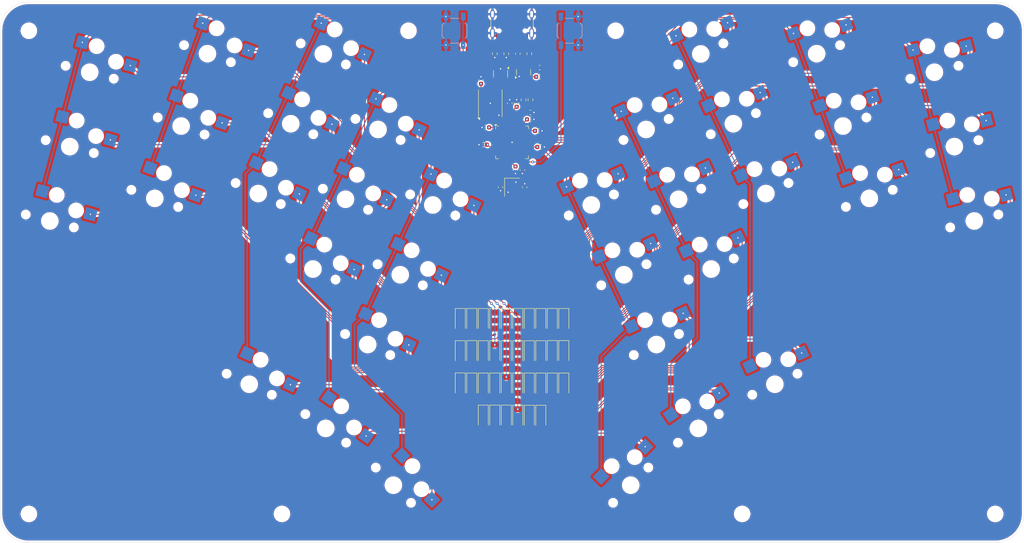
<source format=kicad_pcb>
(kicad_pcb (version 20241229) (generator "pcbnew") (generator_version "9.0")
  (title_block (title "keeb") (date "2025-05-01") (rev "v1.0.0") (company "Unknown"))
  (layers (0 "F.Cu" signal) (4 "In1.Cu" signal) (6 "In2.Cu" signal) (2 "B.Cu" signal) (13 "F.Paste" user) (15 "B.Paste" user) (5 "F.SilkS" user "F.Silkscreen") (7 "B.SilkS" user "B.Silkscreen") (1 "F.Mask" user) (3 "B.Mask" user) (25 "Edge.Cuts" user))
  (net 0 "")
  (net 1 "Net-(D2-A)")
  (net 2 "Net-(D3-A)")
  (net 3 "Net-(D4-A)")
  (net 4 "Net-(D5-A)")
  (net 5 "Net-(D6-A)")
  (net 6 "Net-(D7-A)")
  (net 7 "Net-(D8-A)")
  (net 8 "Net-(D9-A)")
  (net 9 "Net-(D10-A)")
  (net 10 "Net-(D11-A)")
  (net 11 "Net-(D12-A)")
  (net 12 "Net-(D13-A)")
  (net 13 "Net-(D14-A)")
  (net 14 "Net-(D15-A)")
  (net 15 "Net-(D16-A)")
  (net 16 "Net-(D17-A)")
  (net 17 "Net-(D18-A)")
  (net 18 "Net-(D19-A)")
  (net 19 "Net-(D21-A)")
  (net 20 "Net-(D22-A)")
  (net 21 "Net-(D23-A)")
  (net 22 "Net-(D24-A)")
  (net 23 "Net-(D25-A)")
  (net 24 "Net-(D26-A)")
  (net 25 "Net-(D27-A)")
  (net 26 "Net-(D28-A)")
  (net 27 "Net-(D29-A)")
  (net 28 "Net-(D30-A)")
  (net 29 "Net-(D31-A)")
  (net 30 "Net-(D32-A)")
  (net 31 "Net-(D33-A)")
  (net 32 "Net-(D34-A)")
  (net 33 "Net-(D35-A)")
  (net 34 "Net-(D36-A)")
  (net 35 "Net-(D37-A)")
  (net 36 "Net-(D38-A)")
  (net 37 "R3")
  (net 38 "R2")
  (net 39 "R1")
  (net 40 "R0")
  (net 41 "C0")
  (net 42 "C1")
  (net 43 "C2")
  (net 44 "C3")
  (net 45 "C4")
  (net 46 "C9")
  (net 47 "C8")
  (net 48 "C7")
  (net 49 "C6")
  (net 50 "C5")
  (net 51 "+3.3V")
  (net 52 "GND")
  (net 53 "+1V1")
  (net 54 "VBUS")
  (net 55 "Net-(F1-Pad2)")
  (net 56 "Net-(U2-VI)")
  (net 57 "D+")
  (net 58 "D-")
  (net 59 "Net-(J1-CC2)")
  (net 61 "Net-(J1-CC1)")
  (net 63 "DP")
  (net 64 "Net-(U1-USB_DP)")
  (net 65 "DN")
  (net 66 "Net-(U1-USB_DM)")
  (net 67 "RUN")
  (net 68 "Net-(U4-~{CS})")
  (net 71 "SD1")
  (net 72 "SCLK")
  (net 77 "SD3")
  (net 78 "SD2")
  (net 80 "SD0")
  (net 84 "XOUT")
  (net 85 "XIN")
  (footprint "Diode_SMD:D_MiniMELF" (layer "F.Cu") (at 194.31 138.374 -90)
    (property "Reference" "D12" (hide yes))
    (property "Value" "D_Small_Filled" (hide yes))
  )
  (footprint "PG1350" (layer "F.Cu") (at 239.971868 104.510365 25)
    (property "Reference" "SW31" (hide yes))
    (property "Value" "SW_Push" (hide yes))
  )
  (footprint "MountingHole:MountingHole_3.2mm_M3" (layer "F.Cu") (at 96.52 173.99)
    (property "Reference" "H4" (hide yes))
    (property "Value" "MountingHole_Pad" (hide yes))
  )
  (footprint "Capacitor_SMD:C_0603_1608Metric" (layer "F.Cu") (at 207.263999 86.871998)
    (property "Reference" "C1" (hide yes))
    (property "Value" "1u")
  )
  (footprint "PG1350" (layer "F.Cu") (at 244.874714 72.432929 25)
    (property "Reference" "SW29" (hide yes))
    (property "Value" "SW_Push" (hide yes))
  )
  (footprint "Diode_SMD:D_MiniMELF" (layer "F.Cu") (at 212.09 131.29 -90)
    (property "Reference" "D32" (hide yes))
    (property "Value" "D_Small_Filled" (hide yes))
  )
  (footprint "MountingHole:MountingHole_3.2mm_M3" (layer "F.Cu") (at 226.06 67.31)
    (property "Reference" "H6" (hide yes))
    (property "Value" "MountingHole_Pad" (hide yes))
  )
  (footprint "MountingHole:MountingHole_3.2mm_M3" (layer "F.Cu") (at 96.52 67.31)
    (property "Reference" "H1" (hide yes))
    (property "Value" "MountingHole_Pad" (hide yes))
  )
  (footprint "Diode_SMD:D_MiniMELF" (layer "F.Cu") (at 194.31 145.542 -90)
    (property "Reference" "D11" (hide yes))
    (property "Value" "D_Small_Filled" (hide yes))
  )
  (footprint "Diode_SMD:D_MiniMELF" (layer "F.Cu") (at 204.47 145.514 -90)
    (property "Reference" "D21" (hide yes))
    (property "Value" "D_Small_Filled" (hide yes))
  )
  (footprint "Diode_SMD:D_MiniMELF" (layer "F.Cu") (at 204.47 138.402 -90)
    (property "Reference" "D22" (hide yes))
    (property "Value" "D_Small_Filled" (hide yes))
  )
  (footprint "Diode_SMD:D_MiniMELF" (layer "F.Cu") (at 212.09 138.374 -90)
    (property "Reference" "D31" (hide yes))
    (property "Value" "D_Small_Filled" (hide yes))
  )
  (footprint "Resistor_SMD:R_0603_1608Metric" (layer "F.Cu") (at 207.009998 72.393999 -90)
    (property "Reference" "FB1" (hide yes))
    (property "Value" "100 Ohm @ 100MHz")
  )
  (footprint "PG1350" (layer "F.Cu") (at 300.852327 92.887746 15)
    (property "Reference" "SW22" (hide yes))
    (property "Value" "SW_Push" (hide yes))
  )
  (footprint "Resistor_SMD:R_0603_1608Metric" (layer "F.Cu") (at 205.739999 82.553997 -90)
    (property "Reference" "R1" (hide yes))
    (property "Value" "22R")
  )
  (footprint "PG1350" (layer "F.Cu") (at 177.000939 167.64 -45)
    (property "Reference" "SW19" (hide yes))
    (property "Value" "SW_Push" (hide yes))
  )
  (footprint "Diode_SMD:D_MiniMELF" (layer "F.Cu") (at 207.01 145.542 -90)
    (property "Reference" "D24" (hide yes))
    (property "Value" "D_Small_Filled" (hide yes))
  )
  (footprint "Capacitor_SMD:C_0603_1608Metric" (layer "F.Cu") (at 203.962 98.047999 -90)
    (property "Reference" "C7" (hide yes))
    (property "Value" "100n")
  )
  (footprint "Capacitor_SMD:C_0603_1608Metric" (layer "F.Cu") (at 209.042 89.411999)
    (property "Reference" "C5" (hide yes))
    (property "Value" "100n")
  )
  (footprint "PG1350" (layer "F.Cu") (at 270.450632 72.369377 20)
    (property "Reference" "SW26" (hide yes))
    (property "Value" "SW_Push" (hide yes))
  )
  (footprint "Capacitor_SMD:C_0603_1608Metric" (layer "F.Cu") (at 202.692 83.316 90)
    (property "Reference" "C10" (hide yes))
    (property "Value" "100n")
  )
  (footprint "Capacitor_SMD:C_0603_1608Metric" (layer "F.Cu") (at 205.486 98.047999 -90)
    (property "Reference" "C11" (hide yes))
    (property "Value" "100n")
  )
  (footprint "Diode_SMD:D_MiniMELF" (layer "F.Cu") (at 212.09 145.542 -90)
    (property "Reference" "D30" (hide yes))
    (property "Value" "D_Small_Filled" (hide yes))
  )
  (footprint "PG1350" (layer "F.Cu") (at 261.224922 145.355289 25)
    (property "Reference" "SW36" (hide yes))
    (property "Value" "SW_Push" (hide yes))
  )
  (footprint "Package_SON:WSON-8-1EP_6x5mm_P1.27mm_EP3.4x4mm" (layer "F.Cu") (at 198.390002 83.315998 90)
    (property "Reference" "U4" (hide yes))
    (property "Value" "MX25R3235FZNxx0" (hide yes))
  )
  (footprint "Fuse:Fuse_0603_1608Metric" (layer "F.Cu") (at 204.469999 72.394001 -90)
    (property "Reference" "F1" (hide yes))
    (property "Value" "1A")
  )
  (footprint "Capacitor_SMD:C_0603_1608Metric" (layer "F.Cu") (at 209.55 92.968001)
    (property "Reference" "C4" (hide yes))
    (property "Value" "100n")
  )
  (footprint "Capacitor_SMD:C_0603_1608Metric" (layer "F.Cu") (at 196.85 92.460001 180)
    (property "Reference" "C6" (hide yes))
    (property "Value" "100n")
  )
  (footprint "PG1350" (layer "F.Cu") (at 171.330977 136.587803 -25)
    (property "Reference" "SW14" (hide yes))
    (property "Value" "SW_Push" (hide yes))
  )
  (footprint "Diode_SMD:D_MiniMELF" (layer "F.Cu") (at 201.93 145.514 -90)
    (property "Reference" "D2" (hide yes))
    (property "Value" "D_Small_Filled" (hide yes))
  )
  (footprint "Package_TO_SOT_SMD:SOT-23-6" (layer "F.Cu") (at 200.66 76.839 -90)
    (property "Reference" "U3" (hide yes))
    (property "Value" "USBLC6-2SC6" (hide yes))
  )
  (footprint "PG1350" (layer "F.Cu") (at 162.062837 155.105443 -35)
    (property "Reference" "SW18" (hide yes))
    (property "Value" "SW_Push" (hide yes))
  )
  (footprint "Capacitor_SMD:C_0603_1608Metric" (layer "F.Cu") (at 200.66 101.854 -90)
    (property "Reference" "C13" (hide yes))
    (property "Value" "10p")
  )
  (footprint "Diode_SMD:D_MiniMELF" (layer "F.Cu") (at 204.47 131.29 -90)
    (property "Reference" "D23" (hide yes))
    (property "Value" "D_Small_Filled" (hide yes))
  )
  (footprint "Diode_SMD:D_MiniMELF" (layer "F.Cu") (at 209.55 145.542 -90)
    (property "Reference" "D27" (hide yes))
    (property "Value" "D_Small_Filled" (hide yes))
  )
  (footprint "Diode_SMD:D_MiniMELF" (layer "F.Cu") (at 201.93 131.29 -90)
    (property "Reference" "D4" (hide yes))
    (property "Value" "D_Small_Filled" (hide yes))
  )
  (footprint "PG1350" (layer "F.Cu") (at 147.156264 103.247391 -25)
    (property "Reference" "SW8" (hide yes))
    (property "Value" "SW_Push" (hide yes))
  )
  (footprint "PG1350" (layer "F.Cu") (at 166.428132 104.510366 -25)
    (property "Reference" "SW12" (hide yes))
    (property "Value" "SW_Push" (hide yes))
  )
  (footprint "PG1350" (layer "F.Cu") (at 178.515486 121.180572 -25)
    (property "Reference" "SW15" (hide yes))
    (property "Value" "SW_Push" (hide yes))
  )
  (footprint "Diode_SMD:D_MiniMELF" (layer "F.Cu") (at 201.93 138.402 -90)
    (property "Reference" "D3" (hide yes))
    (property "Value" "D_Small_Filled" (hide yes))
  )
  (footprint "PG1350" (layer "F.Cu") (at 252.059227 87.840159 25)
    (property "Reference" "SW28" (hide yes))
    (property "Value" "SW_Push" (hide yes))
  )
  (footprint "Diode_SMD:D_MiniMELF" (layer "F.Cu") (at 199.39 138.374 -90)
    (property "Reference" "D6" (hide yes))
    (property "Value" "D_Small_Filled" (hide yes))
  )
  (footprint "Package_TO_SOT_SMD:SOT-23" (layer "F.Cu") (at 205.74 76.458001 90)
    (property "Reference" "U2" (hide yes))
    (property "Value" "AP2127N-3.3" (hide yes))
  )
  (footprint "PG1350" (layer "F.Cu") (at 296.452407 76.467007 15)
    (property "Reference" "SW23" (hide yes))
    (property "Value" "SW_Push" (hide yes))
  )
  (footprint "MountingHole:MountingHole_3.2mm_M3" (layer "F.Cu") (at 309.88 173.99)
    (property "Reference" "H3" (hide yes))
    (property "Value" "MountingHole_Pad" (hide yes))
  )
  (footprint "PG1350" (layer "F.Cu") (at 247.156378 119.9176 25)
    (property "Reference" "SW30" (hide yes))
    (property "Value" "SW_Push" (hide yes))
  )
  (footprint "Resistor_SMD:R_0603_1608Metric" (layer "F.Cu") (at 201.929998 72.394 -90)
    (property "Reference" "R4" (hide yes))
    (property "Value" "5.1K")
  )
  (footprint "Resistor_SMD:R_0603_1608Metric" (layer "F.Cu") (at 207.264003 82.553999 -90)
    (property "Reference" "R2" (hide yes))
    (property "Value" "22R")
  )
  (footprint "MountingHole:MountingHole_3.2mm_M3" (layer "F.Cu") (at 180.34 67.31)
    (property "Reference" "H5" (hide yes))
    (property "Value" "MountingHole_Pad" (hide yes))
  )
  (footprint "Diode_SMD:D_MiniMELF" (layer "F.Cu") (at 209.55 131.29 -90)
    (property "Reference" "D29" (hide yes))
    (property "Value" "D_Small_Filled" (hide yes))
  )
  (footprint "PG1350" (layer "F.Cu") (at 130.135022 88.344152 -20)
    (property "Reference" "SW6" (hide yes))
    (property "Value" "SW_Push" (hide yes))
  )
  (footprint "Diode_SMD:D_MiniMELF" (layer "F.Cu") (at 191.77 145.514 -90)
    (property "Reference" "D14" (hide yes))
    (property "Value" "D_Small_Filled" (hide yes))
  )
  (footprint "Diode_SMD:D_MiniMELF" (layer "F.Cu") (at 214.63 145.542 -90)
    (property "Reference" "D33" (hide yes))
    (property "Value" "D_Small_Filled" (hide yes))
  )
  (footprint "Resistor_SMD:R_0603_1608Metric" (layer "F.Cu") (at 199.389998 72.393999 -90)
    (property "Reference" "R3" (hide yes))
    (property "Value" "5.1K")
  )
  (footprint "MountingHole:MountingHole_3.2mm_M3" (layer "F.Cu") (at 309.88 67.31)
    (property "Reference" "H2" (hide yes))
    (property "Value" "MountingHole_Pad" (hide yes))
  )
  (footprint "Connector_USB:USB_C_Receptacle_GCT_USB4105-xx-A_16P_TopMnt_Horizontal" (layer "F.Cu") (at 203.199998 64.722999 180)
    (property "Reference" "J1" (hide yes))
    (property "Value" "USB_C_Receptacle_USB2.0_16P" (hide yes))
  )
  (footprint "PG1350" (layer "F.Cu") (at 101.147747 109.308483 -15)
    (property "Reference" "SW2" (hide yes))
    (property "Value" "SW_Push" (hide yes))
  )
  (footprint "PG1350" (layer "F.Cu") (at 159.243621 119.917602 -25)
    (property "Reference" "SW11" (hide yes))
    (property "Value" "SW_Push" (hide yes))
  )
  (footprint "PG1350" (layer "F.Cu") (at 305.252253 109.308483 15)
    (property "Reference" "SW21" (hide yes))
    (property "Value" "SW_Push" (hide yes))
  )
  (footprint "Capacitor_SMD:C_0603_1608Metric" (layer "F.Cu") (at 209.296 75.442001)
    (property "Reference" "C8" (hide yes))
    (property "Value" "1u")
  )
  (footprint "PG1350" (layer "F.Cu") (at 185.7 105.77334 -25)
    (property "Reference" "SW16" (hide yes))
    (property "Value" "SW_Push" (hide yes))
  )
  (footprint "Package_DFN_QFN:QFN-56-1EP_7x7mm_P0.4mm_EP3.2x3.2mm" (layer "F.Cu") (at 203.2 91.952001)
    (property "Reference" "U1" (hide yes))
    (property "Value" "RP2040" (hide yes))
  )
  (footprint "Diode_SMD:D_MiniMELF" (layer "F.Cu") (at 214.63 138.374 -90)
    (property "Reference" "D34" (hide yes))
    (property "Value" "D_Small_Filled" (hide yes))
  )
  (footprint "Diode_SMD:D_MiniMELF" (layer "F.Cu") (at 204.47 152.626 -90)
    (property "Reference" "D38" (hide yes))
    (property "Value" "D_Small_Filled" (hide yes))
  )
  (footprint "Diode_SMD:D_MiniMELF" (layer "F.Cu") (at 196.85 145.542 -90)
    (property "Reference" "D8" (hide yes))
    (property "Value" "D_Small_Filled" (hide yes))
  )
  (footprint "Diode_SMD:D_MiniMELF" (layer "F.Cu") (at 199.39 131.29 -90)
    (property "Reference" "D7" (hide yes))
    (property "Value" "D_Small_Filled" (hide yes))
  )
  (footprint "PG1350" (layer "F.Cu") (at 173.61264 89.103136 -25)
    (property "Reference" "SW13" (hide yes))
    (property "Value" "SW_Push" (hide yes))
  )
  (footprint "PG1350" (layer "F.Cu") (at 145.175076 145.355287 -25)
    (property "Reference" "SW17" (hide yes))
    (property "Value" "SW_Push" (hide yes))
  )
  (footprint "Diode_SMD:D_MiniMELF" (layer "F.Cu") (at 191.77 138.402 -90)
    (property "Reference" "D15" (hide yes))
    (property "Value" "D_Small_Filled" (hide yes))
  )
  (footprint "PG1350" (layer "F.Cu") (at 109.947592 76.467006 -15)
    (property "Reference" "SW4" (hide yes))
    (property "Value" "SW_Push" (hide yes))
  )
  (footprint "Diode_SMD:D_MiniMELF" (layer "F.Cu") (at 191.77 131.29 -90)
    (property "Reference" "D16" (hide yes))
    (property "Value" "D_Small_Filled" (hide yes))
  )
  (footprint "Diode_SMD:D_MiniMELF" (layer "F.Cu") (at 207.01 138.402 -90)
    (property "Reference" "D25" (hide yes))
    (property "Value" "D_Small_Filled" (hide yes))
  )
  (footprint "MountingHole:MountingHole_3.2mm_M3" (layer "F.Cu") (at 254 173.99)
    (property "Reference" "H8" (hide yes))
    (property "Value" "MountingHole_Pad" (hide yes))
  )
  (footprint "PG1350" (layer "F.Cu") (at 232.787357 89.103135 25)
    (property "Reference" "SW32" (hide yes))
    (property "Value" "SW_Push" (hide yes))
  )
  (footprint "MountingHole:MountingHole_3.2mm_M3" (layer "F.Cu") (at 152.4 173.99)
    (property "Reference" "H7" (hide yes))
    (property "Value" "MountingHole_Pad" (hide yes))
  )
  (footprint "PG1350" (layer "F.Cu") (at 229.399058 167.640001 45)
    (property "Reference" "SW38" (hide yes))
    (property "Value" "SW_Push" (hide yes))
  )
  (footprint "Diode_SMD:D_MiniMELF" (layer "F.Cu") (at 199.39 152.626 -90)
    (property "Reference" "D18" (hide yes))
    (property "Value" "D_Small_Filled" (hide yes))
  )
  (footprint "PG1350" (layer "F.Cu") (at 105.547669 92.887745 -15)
    (property "Reference" "SW3" (hide yes))
    (property "Value" "SW_Push" (hide yes))
  )
  (footprint "Diode_SMD:D_MiniMELF" (layer "F.Cu") (at 207.01 131.29 -90)
    (property "Reference" "D26" (hide yes))
    (property "Value" "D_Small_Filled" (hide yes))
  )
  (footprint "Diode_SMD:D_MiniMELF" (layer "F.Cu") (at 199.39 145.542 -90)
    (property "Reference" "D5" (hide yes))
    (property "Value" "D_Small_Filled" (hide yes))
  )
  (footprint "Diode_SMD:D_MiniMELF" (layer "F.Cu") (at 196.85 152.626 -90)
    (property "Reference" "D17" (hide yes))
    (property "Value" "D_Small_Filled" (hide yes))
  )
  (footprint "PG1350" (layer "F.Cu") (at 161.525282 72.432928 -25)
    (property "Reference" "SW10" (hide yes))
    (property "Value" "SW_Push" (hide yes))
  )
  (footprint "PG1350" (layer "F.Cu") (at 124.320679 104.318926 -20)
    (property "Reference" "SW5" (hide yes))
    (property "Value" "SW_Push" (hide yes))
  )
  (footprint "Capacitor_SMD:C_0603_1608Metric" (layer "F.Cu") (at 204.216001 83.315998 90)
    (property "Reference" "C2" (hide yes))
    (property "Value" "100n")
  )
  (footprint "Diode_SMD:D_MiniMELF" (layer "F.Cu") (at 194.31 131.29 -90)
    (property "Reference" "D13" (hide yes))
    (property "Value" "D_Small_Filled" (hide yes))
  )
  (footprint "Capacitor_SMD:C_0603_1608Metric" (layer "F.Cu") (at 209.296 77.474001)
    (property "Reference" "C15" (hide yes))
    (property "Value" "1u")
  )
  (footprint "Diode_SMD:D_MiniMELF" (layer "F.Cu") (at 209.55 138.402 -90)
    (property "Reference" "D28" (hide yes))
    (property "Value" "D_Small_Filled" (hide yes))
  )
  (footprint "Diode_SMD:D_MiniMELF" (layer "F.Cu") (at 209.55 152.654 -90)
    (property "Reference" "D36" (hide yes))
    (property "Value" "D_Small_Filled" (hide yes))
  )
  (footprint "PG1350" (layer "F.Cu") (at 276.264976 88.34415 20)
    (property "Reference" "SW25" (hide yes))
    (property "Value" "SW_Push" (hide yes))
  )
  (footprint "PG1350" (layer "F.Cu") (at 227.884508 121.180573 25)
    (property "Reference" "SW34" (hide yes))
    (property "Value" "SW_Push" (hide yes))
  )
  (footprint "PG1350" (layer "F.Cu") (at 154.340774 87.840162 -25)
    (property "Reference" "SW9" (hide yes))
    (property "Value" "SW_Push" (hide yes))
  )
  (footprint "Diode_SMD:D_MiniMELF" (layer "F.Cu") (at 196.85 138.402 -90)
    (property "Reference" "D9" (hide yes))
    (property "Value" "D_Small_Filled" (hide yes))
  )
  (footprint "Diode_SMD:D_MiniMELF" (layer "F.Cu") (at 201.93 152.626 -90)
    (property "Reference" "D19" (hide yes))
    (property "Value" "D_Small_Filled" (hide yes))
  )
  (footprint "Diode_SMD:D_MiniMELF" (layer "F.Cu") (at 214.63 131.29 -90)
    (property "Reference" "D35" (hide yes))
    (property "Value" "D_Small_Filled" (hide yes))
  )
  (footprint "PG1350" (layer "F.Cu") (at 244.337161 155.105444 35)
    (property "Reference" "SW37" (hide yes))
    (property "Value" "SW_Push" (hide yes))
  )
  (footprint "PG1350" (layer "F.Cu") (at 259.243736 103.247393 25)
    (property "Reference" "SW27" (hide yes))
    (property "Value" "SW_Push" (hide yes))
  )
  (footprint "Capacitor_SMD:C_0603_1608Metric" (layer "F.Cu") (at 207.264001 85.348001)
    (property "Reference" "C9" (hide yes))
    (property "Value" "1u")
  )
  (footprint "PG1350" (layer "F.Cu") (at 282.079317 104.318926 20)
    (property "Reference" "SW24" (hide yes))
    (property "Value" "SW_Push" (hide yes))
  )
  (footprint "PG1350" (layer "F.Cu") (at 235.06902 136.587805 25)
    (property "Reference" "SW33" (hide yes))
    (property "Value" "SW_Push" (hide yes))
  )
  (footprint "Diode_SMD:D_MiniMELF" (layer "F.Cu") (at 207.01 152.654 -90)
    (property "Reference" "D37" (hide yes))
    (property "Value" "D_Small_Filled" (hide yes))
  )
  (footprint "Capacitor_SMD:C_0603_1608Metric" (layer "F.Cu") (at 196.342 78.232 90)
    (property "Reference" "C14" (hide yes))
    (property "Value" "1u")
  )
  (footprint "Diode_SMD:D_MiniMELF" (layer "F.Cu") (at 196.85 131.29 -90)
    (property "Reference" "D10" (hide yes))
    (property "Value" "D_Small_Filled" (hide yes))
  )
  (footprint "Capacitor_SMD:C_0603_1608Metric" (layer "F.Cu") (at 197.358 88.649997 180)
    (property "Reference" "C3" (hide yes))
    (property "Value" "100n")
  )
  (footprint "Crystal:Crystal_SMD_3225-4Pin_3.2x2.5mm" (layer "F.Cu") (at 203.2 101.854 -90)
    (property "Reference" "Y1" (hide yes))
    (property "Value" "Crystal_GND24" (hide yes))
  )
  (footprint "Capacitor_SMD:C_0603_1608Metric" (layer "F.Cu") (at 205.994 101.857999 90)
    (property "Reference" "C12" (hide yes))
    (property "Value" "10p")
  )
  (footprint "PG1350" (layer "F.Cu") (at 135.949364 72.369378 -20)
    (property "Reference" "SW7" (hide yes))
    (property "Value" "SW_Push" (hide yes))
  )
  (footprint "PG1350" (layer "F.Cu") (at 220.699998 105.773339 25)
    (property "Reference" "SW35" (hide yes))
    (property "Value" "SW_Push" (hide yes))
  )
  (footprint "Button_Switch_SMD:SW_SPST_TL3342" (layer "B.Cu") (at 215.9 67.31 90)
    (property "Reference" "SW39" (hide yes))
    (property "Value" "Reset")
  )
  (footprint "Button_Switch_SMD:SW_SPST_TL3342" (layer "B.Cu") (at 190.5 67.31 -90)
    (property "Reference" "SW40" (hide yes))
    (property "Value" "ROM")
  )
  (gr_arc (start 316.23 173.99) (mid 314.370128 178.480128) (end 309.88 180.34) (stroke (width 0.05)) (layer "Edge.Cuts"))
  (gr_line (start 309.88 60.96) (end 96.52 60.96) (stroke (width 0.05)) (layer "Edge.Cuts"))
  (gr_arc (start 96.52 180.34) (mid 92.029872 178.480128) (end 90.17 173.99) (stroke (width 0.05)) (layer "Edge.Cuts"))
  (gr_arc (start 309.88 60.96) (mid 314.370128 62.819872) (end 316.23 67.31) (stroke (width 0.05)) (layer "Edge.Cuts"))
  (gr_line (start 309.88 180.34) (end 96.52 180.34) (stroke (width 0.05)) (layer "Edge.Cuts"))
  (gr_line (start 90.169998 173.99) (end 90.170001 67.31) (stroke (width 0.05)) (layer "Edge.Cuts"))
  (gr_arc (start 90.17 67.31) (mid 92.029872 62.819872) (end 96.52 60.96) (stroke (width 0.05)) (layer "Edge.Cuts"))
  (gr_line (start 316.23 67.31) (end 316.23 173.99) (stroke (width 0.05)) (layer "Edge.Cuts"))
  (segment (start 181.4727 142.788) (end 177.8 142.788) (width 0.2) (layer "F.Cu") (net 1))
  (segment (start 139.713789 107.827989) (end 163.536 131.6502) (width 0.2) (layer "F.Cu") (net 1))
  (segment (start 199.588 149.606) (end 191.516 149.606) (width 0.2) (layer "F.Cu") (net 1))
  (segment (start 188.2907 149.606) (end 185.71235 147.02765) (width 0.2) (layer "F.Cu") (net 1))
  (segment (start 185.71235 147.02765) (end 181.4727 142.788) (width 0.2) (layer "F.Cu") (net 1))
  (segment (start 110.111355 107.827989) (end 139.713789 107.827989) (width 0.2) (layer "F.Cu") (net 1))
  (segment (start 191.516 149.606) (end 188.2907 149.606) (width 0.2) (layer "F.Cu") (net 1))
  (segment (start 163.536 131.6502) (end 163.536 139.3293) (width 0.2) (layer "F.Cu") (net 1))
  (segment (start 163.536 139.3293) (end 166.9947 142.788) (width 0.2) (layer "F.Cu") (net 1))
  (segment (start 166.9947 142.788) (end 177.8191 142.788) (width 0.2) (layer "F.Cu") (net 1))
  (segment (start 201.93 147.264) (end 199.588 149.606) (width 0.2) (layer "F.Cu") (net 1))
  (via (at 110.111355 107.827989) (size 0.6) (drill 0.3) (layers "F.Cu" "B.Cu") (net 1))
  (segment (start 185.996001 135.119301) (end 170.755 119.8783) (width 0.2) (layer "F.Cu") (net 2))
  (segment (start 159.218 103.4562) (end 159.218 100.7501) (width 0.2) (layer "F.Cu") (net 2))
  (segment (start 170.755 119.8783) (end 170.755 114.9932) (width 0.2) (layer "F.Cu") (net 2))
  (segment (start 170.755 114.9932) (end 159.218 103.4562) (width 0.2) (layer "F.Cu") (net 2))
  (segment (start 185.996001 138.226401) (end 185.996001 135.119301) (width 0.2) (layer "F.Cu") (net 2))
  (segment (start 150.936597 92.468697) (end 115.572723 92.468697) (width 0.2) (layer "F.Cu") (net 2))
  (segment (start 199.655 142.427) (end 190.1966 142.427) (width 0.2) (layer "F.Cu") (net 2))
  (segment (start 201.93 140.152) (end 199.655 142.427) (width 0.2) (layer "F.Cu") (net 2))
  (segment (start 159.218 100.7501) (end 150.936597 92.468697) (width 0.2) (layer "F.Cu") (net 2))
  (segment (start 115.572723 92.468697) (end 114.511277 91.407251) (width 0.2) (layer "F.Cu") (net 2))
  (segment (start 190.1966 142.427) (end 185.996001 138.226401) (width 0.2) (layer "F.Cu") (net 2))
  (via (at 114.511277 91.407251) (size 0.6) (drill 0.3) (layers "F.Cu" "B.Cu") (net 2))
  (segment (start 155.6429 77.47) (end 121.394688 77.47) (width 0.2) (layer "F.Cu") (net 3))
  (segment (start 165.715 91.6652) (end 165.715 87.5421) (width 0.2) (layer "F.Cu") (net 3))
  (segment (start 201.93 133.04) (end 199.655 135.315) (width 0.2) (layer "F.Cu") (net 3))
  (segment (start 199.655 135.315) (end 190.5097 135.315) (width 0.2) (layer "F.Cu") (net 3))
  (segment (start 193.180515 123.321085) (end 193.180515 119.130715) (width 0.2) (layer "F.Cu") (net 3))
  (segment (start 188.896 133.7013) (end 188.896 127.6056) (width 0.2) (layer "F.Cu") (net 3))
  (segment (start 188.896 127.6056) (end 193.180515 123.321085) (width 0.2) (layer "F.Cu") (net 3))
  (segment (start 193.180515 119.130715) (end 165.715 91.6652) (width 0.2) (layer "F.Cu") (net 3))
  (segment (start 121.394688 77.47) (end 118.9112 74.986512) (width 0.2) (layer "F.Cu") (net 3))
  (segment (start 190.5097 135.315) (end 188.896 133.7013) (width 0.2) (layer "F.Cu") (net 3))
  (segment (start 165.715 87.5421) (end 155.6429 77.47) (width 0.2) (layer "F.Cu") (net 3))
  (via (at 118.9112 74.986512) (size 0.6) (drill 0.3) (layers "F.Cu" "B.Cu") (net 3))
  (segment (start 163.937 131.4841) (end 136.078195 103.625295) (width 0.2) (layer "F.Cu") (net 4))
  (segment (start 167.1608 142.387) (end 163.937 139.1632) (width 0.2) (layer "F.Cu") (net 4))
  (segment (start 181.6388 142.387) (end 167.1608 142.387) (width 0.2) (layer "F.Cu") (net 4))
  (segment (start 199.39 147.292) (end 197.544 149.138) (width 0.2) (layer "F.Cu") (net 4))
  (segment (start 163.937 139.1632) (end 163.937 131.4841) (width 0.2) (layer "F.Cu") (net 4))
  (segment (start 188.3898 149.138) (end 181.6388 142.387) (width 0.2) (layer "F.Cu") (net 4))
  (segment (start 197.544 149.138) (end 188.3898 149.138) (width 0.2) (layer "F.Cu") (net 4))
  (segment (start 136.078195 103.625295) (end 133.379211 103.625295) (width 0.2) (layer "F.Cu") (net 4))
  (via (at 133.379211 103.625295) (size 0.6) (drill 0.3) (layers "F.Cu" "B.Cu") (net 4))
  (segment (start 186.397001 134.953201) (end 171.156 119.7122) (width 0.2) (layer "F.Cu") (net 5))
  (segment (start 171.156 119.7122) (end 171.156 114.8271) (width 0.2) (layer "F.Cu") (net 5))
  (segment (start 171.156 114.8271) (end 159.619 103.2901) (width 0.2) (layer "F.Cu") (net 5))
  (segment (start 197.488 142.026) (end 190.3627 142.026) (width 0.2) (layer "F.Cu") (net 5))
  (segment (start 199.39 140.124) (end 197.488 142.026) (width 0.2) (layer "F.Cu") (net 5))
  (segment (start 146.685521 87.650521) (end 139.193554 87.650521) (width 0.2) (layer "F.Cu") (net 5))
  (segment (start 159.619 103.2901) (end 159.619 100.584) (width 0.2) (layer "F.Cu") (net 5))
  (segment (start 159.619 100.584) (end 146.685521 87.650521) (width 0.2) (layer "F.Cu") (net 5))
  (segment (start 190.3627 142.026) (end 186.397001 138.060301) (width 0.2) (layer "F.Cu") (net 5))
  (segment (start 186.397001 138.060301) (end 186.397001 134.953201) (width 0.2) (layer "F.Cu") (net 5))
  (via (at 139.193554 87.650521) (size 0.6) (drill 0.3) (layers "F.Cu" "B.Cu") (net 5))
  (segment (start 199.39 133.04) (end 197.516 134.914) (width 0.2) (layer "F.Cu") (net 6))
  (segment (start 189.297 127.7717) (end 193.581515 123.487185) (width 0.2) (layer "F.Cu") (net 6))
  (segment (start 193.581515 118.964615) (end 166.116 91.4991) (width 0.2) (layer "F.Cu") (net 6))
  (segment (start 166.116 87.376) (end 150.415747 71.675747) (width 0.2) (layer "F.Cu") (net 6))
  (segment (start 197.516 134.914) (end 190.6758 134.914) (width 0.2) (layer "F.Cu") (net 6))
  (segment (start 190.6758 134.914) (end 189.297 133.5352) (width 0.2) (layer "F.Cu") (net 6))
  (segment (start 193.581515 123.487185) (end 193.581515 118.964615) (width 0.2) (layer "F.Cu") (net 6))
  (segment (start 150.415747 71.675747) (end 145.007896 71.675747) (width 0.2) (layer "F.Cu") (net 6))
  (segment (start 189.297 133.5352) (end 189.297 127.7717) (width 0.2) (layer "F.Cu") (net 6))
  (segment (start 166.116 91.4991) (end 166.116 87.376) (width 0.2) (layer "F.Cu") (net 6))
  (via (at 145.007896 71.675747) (size 0.6) (drill 0.3) (layers "F.Cu" "B.Cu") (net 6))
  (segment (start 152.4 117.348) (end 156.240779 113.507221) (width 0.2) (layer "F.Cu") (net 7))
  (segment (start 156.240779 113.507221) (end 156.240779 103.345903) (width 0.2) (layer "F.Cu") (net 7))
  (segment (start 195.405 148.737) (end 188.5559 148.737) (width 0.2) (layer "F.Cu") (net 7))
  (segment (start 164.338 131.318) (end 152.4 119.38) (width 0.2) (layer "F.Cu") (net 7))
  (segment (start 167.3269 141.986) (end 164.338 138.9971) (width 0.2) (layer "F.Cu") (net 7))
  (segment (start 152.4 119.38) (end 152.4 117.348) (width 0.2) (layer "F.Cu") (net 7))
  (segment (start 164.338 138.9971) (end 164.338 131.318) (width 0.2) (layer "F.Cu") (net 7))
  (segment (start 188.5559 148.737) (end 181.8049 141.986) (width 0.2) (layer "F.Cu") (net 7))
  (segment (start 196.85 147.292) (end 195.405 148.737) (width 0.2) (layer "F.Cu") (net 7))
  (segment (start 181.8049 141.986) (end 167.3269 141.986) (width 0.2) (layer "F.Cu") (net 7))
  (via (at 156.240779 103.345903) (size 0.6) (drill 0.3) (layers "F.Cu" "B.Cu") (net 7))
  (segment (start 160.02 103.124) (end 160.02 98.298) (width 0.2) (layer "F.Cu") (net 8))
  (segment (start 186.798001 134.787101) (end 171.557 119.5461) (width 0.2) (layer "F.Cu") (net 8))
  (segment (start 171.557 114.661) (end 160.02 103.124) (width 0.2) (layer "F.Cu") (net 8))
  (segment (start 195.377 141.625) (end 190.5288 141.625) (width 0.2) (layer "F.Cu") (net 8))
  (segment (start 196.85 140.152) (end 195.377 141.625) (width 0.2) (layer "F.Cu") (net 8))
  (segment (start 190.5288 141.625) (end 186.798001 137.894201) (width 0.2) (layer "F.Cu") (net 8))
  (segment (start 160.02 98.298) (end 163.425289 94.892711) (width 0.2) (layer "F.Cu") (net 8))
  (segment (start 186.798001 137.894201) (end 186.798001 134.787101) (width 0.2) (layer "F.Cu") (net 8))
  (segment (start 163.425289 94.892711) (end 163.425289 87.938674) (width 0.2) (layer "F.Cu") (net 8))
  (segment (start 171.557 119.5461) (end 171.557 114.661) (width 0.2) (layer "F.Cu") (net 8))
  (via (at 163.425289 87.938674) (size 0.6) (drill 0.3) (layers "F.Cu" "B.Cu") (net 8))
  (segment (start 189.698 133.3691) (end 190.8419 134.513) (width 0.2) (layer "F.Cu") (net 9))
  (segment (start 170.609797 95.425797) (end 192.0919 116.9079) (width 0.2) (layer "F.Cu") (net 9))
  (segment (start 190.8419 134.513) (end 195.377 134.513) (width 0.2) (layer "F.Cu") (net 9))
  (segment (start 195.377 134.513) (end 196.85 133.04) (width 0.2) (layer "F.Cu") (net 9))
  (segment (start 192.0919 125.5439) (end 189.698 127.9378) (width 0.2) (layer "F.Cu") (net 9))
  (segment (start 189.698 127.9378) (end 189.698 133.3691) (width 0.2) (layer "F.Cu") (net 9))
  (segment (start 193.982515 123.653285) (end 192.2189 125.4169) (width 0.2) (layer "F.Cu") (net 9))
  (segment (start 170.609797 72.53144) (end 170.609797 95.425797) (width 0.2) (layer "F.Cu") (net 9))
  (segment (start 193.982515 123.444) (end 193.982515 123.653285) (width 0.2) (layer "F.Cu") (net 9))
  (segment (start 193.982515 118.798515) (end 193.982515 123.444) (width 0.2) (layer "F.Cu") (net 9))
  (segment (start 192.2189 125.4169) (end 192.0919 125.5439) (width 0.2) (layer "F.Cu") (net 9))
  (segment (start 192.0919 116.9079) (end 193.982515 118.798515) (width 0.2) (layer "F.Cu") (net 9))
  (via (at 170.609797 72.53144) (size 0.6) (drill 0.3) (layers "F.Cu" "B.Cu") (net 9))
  (segment (start 164.846 131.064) (end 164.846 138.938) (width 0.2) (layer "F.Cu") (net 10))
  (segment (start 168.328136 127.581864) (end 164.846 131.064) (width 0.2) (layer "F.Cu") (net 10))
  (segment (start 168.328136 120.016114) (end 168.328136 127.581864) (width 0.2) (layer "F.Cu") (net 10))
  (segment (start 193.266 148.336) (end 194.31 147.292) (width 0.2) (layer "F.Cu") (net 10))
  (segment (start 181.971 141.585) (end 188.722 148.336) (width 0.2) (layer "F.Cu") (net 10))
  (segment (start 164.846 138.938) (end 167.493 141.585) (width 0.2) (layer "F.Cu") (net 10))
  (segment (start 188.722 148.336) (end 193.266 148.336) (width 0.2) (layer "F.Cu") (net 10))
  (segment (start 167.493 141.585) (end 181.971 141.585) (width 0.2) (layer "F.Cu") (net 10))
  (via (at 168.328136 120.016114) (size 0.6) (drill 0.3) (layers "F.Cu" "B.Cu") (net 10))
  (segment (start 171.958 109.22) (end 175.514 105.664) (width 0.2) (layer "F.Cu") (net 11))
  (segment (start 187.199001 137.728101) (end 187.199001 134.621001) (width 0.2) (layer "F.Cu") (net 11))
  (segment (start 175.514 105.664) (end 175.512647 105.662647) (width 0.2) (layer "F.Cu") (net 11))
  (segment (start 193.21 141.224) (end 190.6949 141.224) (width 0.2) (layer "F.Cu") (net 11))
  (segment (start 175.512647 105.662647) (end 175.512647 104.608878) (width 0.2) (layer "F.Cu") (net 11))
  (segment (start 171.958 119.38) (end 171.958 109.22) (width 0.2) (layer "F.Cu") (net 11))
  (segment (start 194.31 140.124) (end 193.21 141.224) (width 0.2) (layer "F.Cu") (net 11))
  (segment (start 190.6949 141.224) (end 187.199001 137.728101) (width 0.2) (layer "F.Cu") (net 11))
  (segment (start 187.199001 134.621001) (end 171.958 119.38) (width 0.2) (layer "F.Cu") (net 11))
  (via (at 175.512647 104.608878) (size 0.6) (drill 0.3) (layers "F.Cu" "B.Cu") (net 11))
  (segment (start 193.238 134.112) (end 191.008 134.112) (width 0.2) (layer "F.Cu") (net 12))
  (segment (start 194.270459 123.932441) (end 190.099 128.1039) (width 0.2) (layer "F.Cu") (net 12))
  (segment (start 182.697155 89.201648) (end 182.697155 106.946055) (width 0.2) (layer "F.Cu") (net 12))
  (segment (start 190.099 128.1039) (end 190.099 133.203) (width 0.2) (layer "F.Cu") (net 12))
  (segment (start 191.008 134.112) (end 190.099 133.203) (width 0.2) (layer "F.Cu") (net 12))
  (segment (start 182.697155 106.946055) (end 194.383515 118.632415) (width 0.2) (layer "F.Cu") (net 12))
  (segment (start 194.31 133.04) (end 193.238 134.112) (width 0.2) (layer "F.Cu") (net 12))
  (segment (start 194.383515 123.802218) (end 194.270459 123.932441) (width 0.2) (layer "F.Cu") (net 12))
  (segment (start 194.383515 118.632415) (end 194.383515 123.802218) (width 0.2) (layer "F.Cu") (net 12))
  (via (at 182.697155 89.201648) (size 0.6) (drill 0.3) (layers "F.Cu" "B.Cu") (net 12))
  (segment (start 191.77 147.264) (end 188.2171 147.264) (width 0.2) (layer "F.Cu") (net 13))
  (segment (start 180.415492 139.462392) (end 180.415492 136.686315) (width 0.2) (layer "F.Cu") (net 13))
  (segment (start 188.2171 147.264) (end 180.415492 139.462392) (width 0.2) (layer "F.Cu") (net 13))
  (via (at 180.415492 136.686315) (size 0.6) (drill 0.3) (layers "F.Cu" "B.Cu") (net 13))
  (segment (start 190.19 140.152) (end 187.600001 137.562001) (width 0.2) (layer "F.Cu") (net 14))
  (segment (start 187.600001 137.562001) (end 187.600001 121.279084) (width 0.2) (layer "F.Cu") (net 14))
  (segment (start 191.77 140.152) (end 190.19 140.152) (width 0.2) (layer "F.Cu") (net 14))
  (via (at 187.600001 121.279084) (size 0.6) (drill 0.3) (layers "F.Cu" "B.Cu") (net 14))
  (segment (start 194.784515 123.952) (end 194.784515 105.871852) (width 0.2) (layer "F.Cu") (net 15))
  (segment (start 194.564 124.206) (end 194.784515 123.952) (width 0.2) (layer "F.Cu") (net 15))
  (segment (start 190.698 133.04) (end 190.5 132.842) (width 0.2) (layer "F.Cu") (net 15))
  (segment (start 190.5 132.842) (end 190.5 128.27) (width 0.2) (layer "F.Cu") (net 15))
  (segment (start 191.77 133.04) (end 190.698 133.04) (width 0.2) (layer "F.Cu") (net 15))
  (segment (start 190.5 128.27) (end 194.564 124.206) (width 0.2) (layer "F.Cu") (net 15))
  (via (at 194.784515 105.871852) (size 0.6) (drill 0.3) (layers "F.Cu" "B.Cu") (net 15))
  (segment (start 195.899 155.327) (end 196.85 154.376) (width 0.2) (layer "F.Cu") (net 16))
  (segment (start 165.8029 146.558) (end 179.3831 146.558) (width 0.2) (layer "F.Cu") (net 16))
  (segment (start 164.698699 145.453799) (end 165.8029 146.558) (width 0.2) (layer "F.Cu") (net 16))
  (segment (start 188.1521 155.327) (end 195.899 155.327) (width 0.2) (layer "F.Cu") (net 16))
  (segment (start 179.3831 146.558) (end 188.1521 155.327) (width 0.2) (layer "F.Cu") (net 16))
  (segment (start 154.259591 145.453799) (end 164.698699 145.453799) (width 0.2) (layer "F.Cu") (net 16))
  (via (at 154.259591 145.453799) (size 0.6) (drill 0.3) (layers "F.Cu" "B.Cu") (net 16))
  (segment (start 170.992232 156.779968) (end 172.0442 155.728) (width 0.2) (layer "F.Cu") (net 17))
  (segment (start 172.0442 155.728) (end 198.038 155.728) (width 0.2) (layer "F.Cu") (net 17))
  (segment (start 198.038 155.728) (end 199.39 154.376) (width 0.2) (layer "F.Cu") (net 17))
  (via (at 170.992232 156.779968) (size 0.6) (drill 0.3) (layers "F.Cu" "B.Cu") (net 17))
  (segment (start 185.503898 170.839658) (end 185.503898 160.363102) (width 0.2) (layer "F.Cu") (net 18))
  (segment (start 185.503898 160.363102) (end 189.738 156.129) (width 0.2) (layer "F.Cu") (net 18))
  (segment (start 200.177 156.129) (end 201.93 154.376) (width 0.2) (layer "F.Cu") (net 18))
  (segment (start 189.738 156.129) (end 200.177 156.129) (width 0.2) (layer "F.Cu") (net 18))
  (via (at 185.503898 170.839658) (size 0.6) (drill 0.3) (layers "F.Cu" "B.Cu") (net 18))
  (segment (start 313.182 110.236) (end 313.182 104.451816) (width 0.2) (layer "F.Cu") (net 19))
  (segment (start 204.47 147.264) (end 206.745 149.539) (width 0.2) (layer "F.Cu") (net 19))
  (segment (start 206.745 149.539) (end 216.9654 149.539) (width 0.2) (layer "F.Cu") (net 19))
  (segment (start 216.9654 149.539) (end 223.6764 142.828) (width 0.2) (layer "F.Cu") (net 19))
  (segment (start 268.3134 114.955) (end 308.463 114.955) (width 0.2) (layer "F.Cu") (net 19))
  (segment (start 223.6764 142.828) (end 240.4404 142.828) (width 0.2) (layer "F.Cu") (net 19))
  (segment (start 308.463 114.955) (end 313.182 110.236) (width 0.2) (layer "F.Cu") (net 19))
  (segment (start 240.4404 142.828) (end 268.3134 114.955) (width 0.2) (layer "F.Cu") (net 19))
  (segment (start 313.182 104.451816) (end 312.274718 103.544534) (width 0.2) (layer "F.Cu") (net 19))
  (via (at 312.274718 103.544534) (size 0.6) (drill 0.3) (layers "F.Cu" "B.Cu") (net 19))
  (segment (start 278.5501 93.619) (end 288.3491 83.82) (width 0.2) (layer "F.Cu") (net 20))
  (segment (start 255.3291 93.619) (end 278.5501 93.619) (width 0.2) (layer "F.Cu") (net 20))
  (segment (start 206.745 142.427) (end 216.5341 142.427) (width 0.2) (layer "F.Cu") (net 20))
  (segment (start 250.484 101.4833) (end 250.484 98.4641) (width 0.2) (layer "F.Cu") (net 20))
  (segment (start 204.47 140.152) (end 206.745 142.427) (width 0.2) (layer "F.Cu") (net 20))
  (segment (start 236.514 115.4533) (end 250.484 101.4833) (width 0.2) (layer "F.Cu") (net 20))
  (segment (start 250.484 98.4641) (end 255.3291 93.619) (width 0.2) (layer "F.Cu") (net 20))
  (segment (start 304.570995 83.82) (end 307.874792 87.123797) (width 0.2) (layer "F.Cu") (net 20))
  (segment (start 216.5341 142.427) (end 236.514 122.4471) (width 0.2) (layer "F.Cu") (net 20))
  (segment (start 236.514 122.4471) (end 236.514 115.4533) (width 0.2) (layer "F.Cu") (net 20))
  (segment (start 288.3491 83.82) (end 304.570995 83.82) (width 0.2) (layer "F.Cu") (net 20))
  (via (at 307.874792 87.123797) (size 0.6) (drill 0.3) (layers "F.Cu" "B.Cu") (net 20))
  (segment (start 204.47 133.04) (end 206.745 135.315) (width 0.2) (layer "F.Cu") (net 21))
  (segment (start 304.292 71.520186) (end 303.474872 70.703058) (width 0.2) (layer "F.Cu") (net 21))
  (segment (start 244.9742 79.502) (end 301.752 79.502) (width 0.2) (layer "F.Cu") (net 21))
  (segment (start 206.745 135.315) (end 215.9494 135.315) (width 0.2) (layer "F.Cu") (net 21))
  (segment (start 301.752 79.502) (end 304.292 76.962) (width 0.2) (layer "F.Cu") (net 21))
  (segment (start 304.292 76.962) (end 304.292 71.520186) (width 0.2) (layer "F.Cu") (net 21))
  (segment (start 240.883468 83.592732) (end 244.9742 79.502) (width 0.2) (layer "F.Cu") (net 21))
  (segment (start 240.883468 88.926732) (end 240.883468 83.592732) (width 0.2) (layer "F.Cu") (net 21))
  (segment (start 215.9494 135.315) (end 220.298 130.9664) (width 0.2) (layer "F.Cu") (net 21))
  (segment (start 220.298 130.9664) (end 220.298 113.4404) (width 0.2) (layer "F.Cu") (net 21))
  (segment (start 232.089 101.6494) (end 232.089 97.7212) (width 0.2) (layer "F.Cu") (net 21))
  (segment (start 220.298 113.4404) (end 232.089 101.6494) (width 0.2) (layer "F.Cu") (net 21))
  (segment (start 232.089 97.7212) (end 240.883468 88.926732) (width 0.2) (layer "F.Cu") (net 21))
  (via (at 303.474872 70.703058) (size 0.6) (drill 0.3) (layers "F.Cu" "B.Cu") (net 21))
  (segment (start 290.068 99.460164) (end 288.572698 97.964862) (width 0.2) (layer "F.Cu") (net 22))
  (segment (start 240.2743 142.427) (end 268.1473 114.554) (width 0.2) (layer "F.Cu") (net 22))
  (segment (start 268.1473 114.554) (end 284.734 114.554) (width 0.2) (layer "F.Cu") (net 22))
  (segment (start 290.068 109.22) (end 290.068 99.460164) (width 0.2) (layer "F.Cu") (net 22))
  (segment (start 223.5103 142.427) (end 240.2743 142.427) (width 0.2) (layer "F.Cu") (net 22))
  (segment (start 216.7993 149.138) (end 223.5103 142.427) (width 0.2) (layer "F.Cu") (net 22))
  (segment (start 208.856 149.138) (end 216.7993 149.138) (width 0.2) (layer "F.Cu") (net 22))
  (segment (start 207.01 147.292) (end 208.856 149.138) (width 0.2) (layer "F.Cu") (net 22))
  (segment (start 284.734 114.554) (end 290.068 109.22) (width 0.2) (layer "F.Cu") (net 22))
  (via (at 288.572698 97.964862) (size 0.6) (drill 0.3) (layers "F.Cu" "B.Cu") (net 22))
  (segment (start 236.113 122.281) (end 236.113 115.2872) (width 0.2) (layer "F.Cu") (net 23))
  (segment (start 207.01 140.152) (end 208.884 142.026) (width 0.2) (layer "F.Cu") (net 23))
  (segment (start 283.21 82.441729) (end 282.758357 81.990086) (width 0.2) (layer "F.Cu") (net 23))
  (segment (start 250.083 98.298) (end 255.163 93.218) (width 0.2) (layer "F.Cu") (net 23))
  (segment (start 236.113 115.2872) (end 250.083 101.3172) (width 0.2) (layer "F.Cu") (net 23))
  (segment (start 283.21 88.392) (end 283.21 82.441729) (width 0.2) (layer "F.Cu") (net 23))
  (segment (start 216.368 142.026) (end 236.113 122.281) (width 0.2) (layer "F.Cu") (net 23))
  (segment (start 278.384 93.218) (end 283.21 88.392) (width 0.2) (layer "F.Cu") (net 23))
  (segment (start 208.884 142.026) (end 216.368 142.026) (width 0.2) (layer "F.Cu") (net 23))
  (segment (start 255.163 93.218) (end 278.384 93.218) (width 0.2) (layer "F.Cu") (net 23))
  (segment (start 250.083 101.3172) (end 250.083 98.298) (width 0.2) (layer "F.Cu") (net 23))
  (via (at 282.758357 81.990086) (size 0.6) (drill 0.3) (layers "F.Cu" "B.Cu") (net 23))
  (segment (start 207.01 133.04) (end 208.884 134.914) (width 0.2) (layer "F.Cu") (net 24))
  (segment (start 277.622 72.136) (end 277.622 66.6933) (width 0.2) (layer "F.Cu") (net 24))
  (segment (start 215.7833 134.914) (end 219.897 130.8003) (width 0.2) (layer "F.Cu") (net 24))
  (segment (start 247.2011 76.708) (end 273.05 76.708) (width 0.2) (layer "F.Cu") (net 24))
  (segment (start 219.897 130.8003) (end 219.897 113.2743) (width 0.2) (layer "F.Cu") (net 24))
  (segment (start 240.482468 88.760632) (end 240.482468 83.426632) (width 0.2) (layer "F.Cu") (net 24))
  (segment (start 231.688 101.4833) (end 231.688 97.5551) (width 0.2) (layer "F.Cu") (net 24))
  (segment (start 277.622 66.6933) (end 276.944013 66.015313) (width 0.2) (layer "F.Cu") (net 24))
  (segment (start 231.688 97.5551) (end 240.482468 88.760632) (width 0.2) (layer "F.Cu") (net 24))
  (segment (start 240.482468 83.426632) (end 247.2011 76.708) (width 0.2) (layer "F.Cu") (net 24))
  (segment (start 208.884 134.914) (end 215.7833 134.914) (width 0.2) (layer "F.Cu") (net 24))
  (segment (start 273.05 76.708) (end 277.622 72.136) (width 0.2) (layer "F.Cu") (net 24))
  (segment (start 219.897 113.2743) (end 231.688 101.4833) (width 0.2) (layer "F.Cu") (net 24))
  (via (at 276.944013 66.015313) (size 0.6) (drill 0.3) (layers "F.Cu" "B.Cu") (net 24))
  (segment (start 209.55 147.292) (end 210.995 148.737) (width 0.2) (layer "F.Cu") (net 25))
  (segment (start 216.6332 148.737) (end 223.3442 142.026) (width 0.2) (layer "F.Cu") (net 25))
  (segment (start 240.1082 142.026) (end 266.136847 115.997353) (width 0.2) (layer "F.Cu") (net 25))
  (segment (start 210.995 148.737) (end 216.6332 148.737) (width 0.2) (layer "F.Cu") (net 25))
  (segment (start 266.136847 115.997353) (end 266.136847 97.329806) (width 0.2) (layer "F.Cu") (net 25))
  (segment (start 223.3442 142.026) (end 240.1082 142.026) (width 0.2) (layer "F.Cu") (net 25))
  (segment (start 266.136847 97.329806) (end 265.158614 96.351573) (width 0.2) (layer "F.Cu") (net 25))
  (via (at 265.158614 96.351573) (size 0.6) (drill 0.3) (layers "F.Cu" "B.Cu") (net 25))
  (segment (start 209.55 140.152) (end 211.023 141.625) (width 0.2) (layer "F.Cu") (net 26))
  (segment (start 249.682 101.1511) (end 249.682 96.774) (width 0.2) (layer "F.Cu") (net 26))
  (segment (start 259.08 82.050234) (end 257.974105 80.944339) (width 0.2) (layer "F.Cu") (net 26))
  (segment (start 216.1252 141.625) (end 235.712 122.0382) (width 0.2) (layer "F.Cu") (net 26))
  (segment (start 249.682 96.774) (end 259.08 87.376) (width 0.2) (layer "F.Cu") (net 26))
  (segment (start 235.712 122.0382) (end 235.712 115.1211) (width 0.2) (layer "F.Cu") (net 26))
  (segment (start 259.08 87.376) (end 259.08 82.050234) (width 0.2) (layer "F.Cu") (net 26))
  (segment (start 235.712 115.1211) (end 249.682 101.1511) (width 0.2) (layer "F.Cu") (net 26))
  (segment (start 211.023 141.625) (end 216.1252 141.625) (width 0.2) (layer "F.Cu") (net 26))
  (via (at 257.974105 80.944339) (size 0.6) (drill 0.3) (layers "F.Cu" "B.Cu") (net 26))
  (segment (start 231.287 101.3172) (end 231.287 97.389) (width 0.2) (layer "F.Cu") (net 27))
  (segment (start 219.496 130.6342) (end 219.496 113.1082) (width 0.2) (layer "F.Cu") (net 27))
  (segment (start 240.081468 83.260532) (end 251.767825 71.574175) (width 0.2) (layer "F.Cu") (net 27))
  (segment (start 251.767825 66.515342) (end 250.789592 65.537109) (width 0.2) (layer "F.Cu") (net 27))
  (segment (start 251.767825 71.574175) (end 251.767825 66.515342) (width 0.2) (layer "F.Cu") (net 27))
  (segment (start 231.287 97.389) (end 240.081468 88.594532) (width 0.2) (layer "F.Cu") (net 27))
  (segment (start 240.081468 88.594532) (end 240.081468 83.260532) (width 0.2) (layer "F.Cu") (net 27))
  (segment (start 215.6172 134.513) (end 219.496 130.6342) (width 0.2) (layer "F.Cu") (net 27))
  (segment (start 219.496 113.1082) (end 231.287 101.3172) (width 0.2) (layer "F.Cu") (net 27))
  (segment (start 211.023 134.513) (end 215.6172 134.513) (width 0.2) (layer "F.Cu") (net 27))
  (segment (start 209.55 133.04) (end 211.023 134.513) (width 0.2) (layer "F.Cu") (net 27))
  (via (at 250.789592 65.537109) (size 0.6) (drill 0.3) (layers "F.Cu" "B.Cu") (net 27))
  (segment (start 223.1781 141.625) (end 239.9421 141.625) (width 0.2) (layer "F.Cu") (net 28))
  (segment (start 216.4671 148.336) (end 223.1781 141.625) (width 0.2) (layer "F.Cu") (net 28))
  (segment (start 254 127.5671) (end 254 113.950524) (width 0.2) (layer "F.Cu") (net 28))
  (segment (start 213.134 148.336) (end 216.4671 148.336) (width 0.2) (layer "F.Cu") (net 28))
  (segment (start 212.09 147.292) (end 213.134 148.336) (width 0.2) (layer "F.Cu") (net 28))
  (segment (start 254 113.950524) (end 253.071256 113.02178) (width 0.2) (layer "F.Cu") (net 28))
  (segment (start 239.9421 141.625) (end 254 127.5671) (width 0.2) (layer "F.Cu") (net 28))
  (via (at 253.071256 113.02178) (size 0.6) (drill 0.3) (layers "F.Cu" "B.Cu") (net 28))
  (segment (start 246.864979 98.592778) (end 245.886746 97.614545) (width 0.2) (layer "F.Cu") (net 29))
  (segment (start 212.09 140.124) (end 213.19 141.224) (width 0.2) (layer "F.Cu") (net 29))
  (segment (start 215.9591 141.224) (end 235.204 121.9791) (width 0.2) (layer "F.Cu") (net 29))
  (segment (start 235.204 115.062) (end 246.864979 103.401021) (width 0.2) (layer "F.Cu") (net 29))
  (segment (start 213.19 141.224) (end 215.9591 141.224) (width 0.2) (layer "F.Cu") (net 29))
  (segment (start 235.204 121.9791) (end 235.204 115.062) (width 0.2) (layer "F.Cu") (net 29))
  (segment (start 246.864979 103.401021) (end 246.864979 98.592778) (width 0.2) (layer "F.Cu") (net 29))
  (via (at 245.886746 97.614545) (size 0.6) (drill 0.3) (layers "F.Cu" "B.Cu") (net 29))
  (segment (start 215.4511 134.112) (end 219.095 130.4681) (width 0.2) (layer "F.Cu") (net 30))
  (segment (start 230.886 101.1511) (end 230.886 97.186468) (width 0.2) (layer "F.Cu") (net 30))
  (segment (start 239.680468 88.392) (end 239.680468 83.185548) (width 0.2) (layer "F.Cu") (net 30))
  (segment (start 219.095 112.9421) (end 230.886 101.1511) (width 0.2) (layer "F.Cu") (net 30))
  (segment (start 219.095 130.4681) (end 219.095 112.9421) (width 0.2) (layer "F.Cu") (net 30))
  (segment (start 239.680468 83.185548) (end 238.702235 82.207315) (width 0.2) (layer "F.Cu") (net 30))
  (segment (start 212.09 133.04) (end 213.162 134.112) (width 0.2) (layer "F.Cu") (net 30))
  (segment (start 213.162 134.112) (end 215.4511 134.112) (width 0.2) (layer "F.Cu") (net 30))
  (segment (start 230.886 97.186468) (end 239.680468 88.392) (width 0.2) (layer "F.Cu") (net 30))
  (via (at 238.702235 82.207315) (size 0.6) (drill 0.3) (layers "F.Cu" "B.Cu") (net 30))
  (segment (start 214.63 147.292) (end 216.944 147.292) (width 0.2) (layer "F.Cu") (net 31))
  (segment (start 216.944 147.292) (end 223.012 141.224) (width 0.2) (layer "F.Cu") (net 31))
  (segment (start 239.776 141.224) (end 242.316 138.684) (width 0.2) (layer "F.Cu") (net 31))
  (segment (start 242.316 138.684) (end 242.316 131.024087) (width 0.2) (layer "F.Cu") (net 31))
  (segment (start 223.012 141.224) (end 239.776 141.224) (width 0.2) (layer "F.Cu") (net 31))
  (segment (start 242.316 131.024087) (end 240.983898 129.691985) (width 0.2) (layer "F.Cu") (net 31))
  (via (at 240.983898 129.691985) (size 0.6) (drill 0.3) (layers "F.Cu" "B.Cu") (net 31))
  (segment (start 234.696 121.92) (end 234.696 115.181367) (width 0.2) (layer "F.Cu") (net 32))
  (segment (start 234.696 115.181367) (end 233.799386 114.284753) (width 0.2) (layer "F.Cu") (net 32))
  (segment (start 216.492 140.124) (end 234.696 121.92) (width 0.2) (layer "F.Cu") (net 32))
  (segment (start 214.63 140.124) (end 216.492 140.124) (width 0.2) (layer "F.Cu") (net 32))
  (via (at 233.799386 114.284753) (size 0.6) (drill 0.3) (layers "F.Cu" "B.Cu") (net 32))
  (segment (start 214.63 133.04) (end 215.956 133.04) (width 0.2) (layer "F.Cu") (net 33))
  (segment (start 215.956 133.04) (end 218.694 130.302) (width 0.2) (layer "F.Cu") (net 33))
  (segment (start 227.33 104.14) (end 227.33 99.592643) (width 0.2) (layer "F.Cu") (net 33))
  (segment (start 227.33 99.592643) (end 226.614876 98.877519) (width 0.2) (layer "F.Cu") (net 33))
  (segment (start 218.694 112.776) (end 227.33 104.14) (width 0.2) (layer "F.Cu") (net 33))
  (segment (start 218.694 130.302) (end 218.694 112.776) (width 0.2) (layer "F.Cu") (net 33))
  (via (at 226.614876 98.877519) (size 0.6) (drill 0.3) (layers "F.Cu" "B.Cu") (net 33))
  (segment (start 226.2261 146.197) (end 241.9741 146.197) (width 0.2) (layer "F.Cu") (net 34))
  (segment (start 209.55 154.404) (end 210.501 155.355) (width 0.2) (layer "F.Cu") (net 34))
  (segment (start 252.7891 135.382) (end 264.062331 135.382) (width 0.2) (layer "F.Cu") (net 34))
  (segment (start 217.0681 155.355) (end 226.2261 146.197) (width 0.2) (layer "F.Cu") (net 34))
  (segment (start 241.9741 146.197) (end 252.7891 135.382) (width 0.2) (layer "F.Cu") (net 34))
  (segment (start 264.062331 135.382) (end 267.1398 138.459469) (width 0.2) (layer "F.Cu") (net 34))
  (segment (start 210.501 155.355) (end 217.0681 155.355) (width 0.2) (layer "F.Cu") (net 34))
  (via (at 267.1398 138.459469) (size 0.6) (drill 0.3) (layers "F.Cu" "B.Cu") (net 34))
  (segment (start 217.2342 155.756) (end 226.3922 146.598) (width 0.2) (layer "F.Cu") (net 35))
  (segment (start 248.275454 146.598) (end 248.964733 147.287279) (width 0.2) (layer "F.Cu") (net 35))
  (segment (start 226.3922 146.598) (end 248.275454 146.598) (width 0.2) (layer "F.Cu") (net 35))
  (segment (start 207.01 154.404) (end 208.362 155.756) (width 0.2) (layer "F.Cu") (net 35))
  (segment (start 208.362 155.756) (end 217.2342 155.756) (width 0.2) (layer "F.Cu") (net 35))
  (via (at 248.964733 147.287279) (size 0.6) (drill 0.3) (layers "F.Cu" "B.Cu") (net 35))
  (segment (start 206.251 156.157) (end 229.618674 156.157) (width 0.2) (layer "F.Cu") (net 36))
  (segment (start 204.47 154.376) (end 206.251 156.157) (width 0.2) (layer "F.Cu") (net 36))
  (segment (start 229.618674 156.157) (end 232.598716 159.137042) (width 0.2) (layer "F.Cu") (net 36))
  (via (at 232.598716 159.137042) (size 0.6) (drill 0.3) (layers "F.Cu" "B.Cu") (net 36))
  (segment (start 199.1942 94.552001) (end 198.882 94.864201) (width 0.2) (layer "F.Cu") (net 37))
  (segment (start 198.882 94.864201) (end 198.882 124.968) (width 0.2) (layer "F.Cu") (net 37))
  (segment (start 198.882 124.968) (end 201.422 127.508) (width 0.2) (layer "F.Cu") (net 37))
  (segment (start 199.762501 94.552001) (end 199.1942 94.552001) (width 0.2) (layer "F.Cu") (net 37))
  (segment (start 196.85 150.876) (end 209.55 150.904) (width 0.2) (layer "F.Cu") (net 37))
  (via (at 204.47 150.876) (size 0.6) (drill 0.3) (layers "F.Cu" "B.Cu") (net 37))
  (via (at 201.422 127.508) (size 0.6) (drill 0.3) (layers "F.Cu" "B.Cu") (net 37))
  (segment (start 201.422 127.508) (end 204.47 130.556) (width 0.2) (layer "B.Cu") (net 37))
  (segment (start 204.47 130.556) (end 204.47 150.876) (width 0.2) (layer "B.Cu") (net 37))
  (segment (start 191.77 143.764) (end 214.602 143.764) (width 0.2) (layer "F.Cu") (net 38))
  (segment (start 198.481 126.091) (end 198.481 94.698101) (width 0.2) (layer "F.Cu") (net 38))
  (segment (start 199.027101 94.152) (end 199.762499 94.152) (width 0.2) (layer "F.Cu") (net 38))
  (segment (start 214.602 143.764) (end 214.63 143.792) (width 0.2) (layer "F.Cu") (net 38))
  (segment (start 199.898 127.508) (end 198.481 126.091) (width 0.2) (layer "F.Cu") (net 38))
  (segment (start 198.481 94.698101) (end 199.027101 94.152) (width 0.2) (layer "F.Cu") (net 38))
  (via (at 199.898 127.508) (size 0.6) (drill 0.3) (layers "F.Cu" "B.Cu") (net 38))
  (via (at 201.93 143.764) (size 0.6) (drill 0.3) (layers "F.Cu" "B.Cu") (net 38))
  (segment (start 201.93 129.54) (end 201.93 143.764) (width 0.2) (layer "B.Cu") (net 38))
  (segment (start 199.898 127.508) (end 201.93 129.54) (width 0.2) (layer "B.Cu") (net 38))
  (segment (start 199.7625 93.752001) (end 198.86 93.752001) (width 0.2) (layer "F.Cu") (net 39))
  (segment (start 191.77 136.652) (end 214.602 136.652) (width 0.2) (layer "F.Cu") (net 39))
  (segment (start 198.08 95.25) (end 198.08 126.96) (width 0.2) (layer "F.Cu") (net 39))
  (segment (start 198.08 126.96) (end 198.628 127.508) (width 0.2) (layer "F.Cu") (net 39))
  (segment (start 198.08 94.532001) (end 198.08 97.794001) (width 0.2) (layer "F.Cu") (net 39))
  (segment (start 198.86 93.752001) (end 198.08 94.532001) (width 0.2) (layer "F.Cu") (net 39))
  (segment (start 214.602 136.652) (end 214.63 136.624) (width 0.2) (layer "F.Cu") (net 39))
  (via (at 198.628 127.508) (size 0.6) (drill 0.3) (layers "F.Cu" "B.Cu") (net 39))
  (via (at 199.39 136.652) (size 0.6) (drill 0.3) (layers "F.Cu" "B.Cu") (net 39))
  (segment (start 198.628 127.508) (end 199.39 128.27) (width 0.2) (layer "B.Cu") (net 39))
  (segment (start 199.39 128.27) (end 199.39 136.652) (width 0.2) (layer "B.Cu") (net 39))
  (segment (start 198.6929 93.352001) (end 197.679 94.365901) (width 0.2) (layer "F.Cu") (net 40))
  (segment (start 197.679 94.365901) (end 197.679 128.711) (width 0.2) (layer "F.Cu") (net 40))
  (segment (start 191.77 129.54) (end 214.63 129.54) (width 0.2) (layer "F.Cu") (net 40))
  (segment (start 197.679 128.711) (end 196.85 129.54) (width 0.2) (layer "F.Cu") (net 40))
  (segment (start 199.7625 93.352001) (end 198.6929 93.352001) (width 0.2) (layer "F.Cu") (net 40))
  (segment (start 108.324159 69.872118) (end 114.320187 63.87609) (width 0.2) (layer "F.Cu") (net 41))
  (segment (start 167.31319 63.87609) (end 193.189102 89.752002) (width 0.2) (layer "F.Cu") (net 41))
  (segment (start 114.320187 63.87609) (end 167.31319 63.87609) (width 0.2) (layer "F.Cu") (net 41))
  (segment (start 193.189102 89.752002) (end 199.7625 89.752002) (width 0.2) (layer "F.Cu") (net 41))
  (via (at 108.324159 69.872118) (size 0.6) (drill 0.3) (layers "F.Cu" "B.Cu") (net 41))
  (segment (start 103.924237 86.292855) (end 99.524312 102.713593) (width 0.2) (layer "B.Cu") (net 41))
  (segment (start 108.324159 69.872118) (end 103.924237 86.292855) (width 0.2) (layer "B.Cu") (net 41))
  (segment (start 134.906893 65.658089) (end 136.287892 64.27709) (width 0.2) (layer "F.Cu") (net 42))
  (segment (start 167.14709 64.27709) (end 193.022001 90.152001) (width 0.2) (layer "F.Cu") (net 42))
  (segment (start 193.022001 90.152001) (end 199.7625 90.152001) (width 0.2) (layer "F.Cu") (net 42))
  (segment (start 136.287892 64.27709) (end 167.14709 64.27709) (width 0.2) (layer "F.Cu") (net 42))
  (via (at 134.906893 65.658089) (size 0.6) (drill 0.3) (layers "F.Cu" "B.Cu") (net 42))
  (segment (start 134.906893 65.658089) (end 134.767889 66.04) (width 0.2) (layer "B.Cu") (net 42))
  (segment (start 134.767889 66.04) (end 129.092551 81.632863) (width 0.2) (layer "B.Cu") (net 42))
  (segment (start 129.092552 81.632863) (end 123.278209 97.607638) (width 0.2) (layer "B.Cu") (net 42))
  (segment (start 129.092551 81.632863) (end 129.092552 81.632863) (width 0.2) (layer "B.Cu") (net 42))
  (segment (start 162.049936 64.67809) (end 166.78609 64.67809) (width 0.2) (layer "F.Cu") (net 43))
  (segment (start 192.660001 90.552001) (end 199.7625 90.552001) (width 0.2) (layer "F.Cu") (net 43))
  (segment (start 161.071703 65.656323) (end 162.049936 64.67809) (width 0.2) (layer "F.Cu") (net 43))
  (segment (start 166.78609 64.67809) (end 192.660001 90.552001) (width 0.2) (layer "F.Cu") (net 43))
  (via (at 161.071703 65.656323) (size 0.6) (drill 0.3) (layers "F.Cu" "B.Cu") (net 43))
  (segment (start 144.272 112.776) (end 144.721497 113.225497) (width 0.2) (layer "B.Cu") (net 43))
  (segment (start 146.702685 96.470786) (end 146.702686 96.470784) (width 0.2) (layer "B.Cu") (net 43))
  (segment (start 144.721497 113.225497) (end 144.721497 138.578682) (width 0.2) (layer "B.Cu") (net 43))
  (segment (start 153.887195 81.063555) (end 146.702685 96.470786) (width 0.2) (layer "B.Cu") (net 43))
  (segment (start 161.071706 65.656321) (end 153.887193 81.063555) (width 0.2) (layer "B.Cu") (net 43))
  (segment (start 144.272 98.901471) (end 144.272 112.776) (width 0.2) (layer "B.Cu") (net 43))
  (segment (start 153.887193 81.063555) (end 153.887195 81.063555) (width 0.2) (layer "B.Cu") (net 43))
  (segment (start 146.702685 96.470786) (end 144.272 98.901471) (width 0.2) (layer "B.Cu") (net 43))
  (segment (start 173.159061 82.326531) (end 175.065042 80.42055) (width 0.2) (layer "F.Cu") (net 44))
  (segment (start 192.492901 90.952001) (end 199.762498 90.952001) (width 0.2) (layer "F.Cu") (net 44))
  (segment (start 175.065042 80.42055) (end 181.96145 80.42055) (width 0.2) (layer "F.Cu") (net 44))
  (segment (start 181.96145 80.42055) (end 192.492901 90.952001) (width 0.2) (layer "F.Cu") (net 44))
  (via (at 173.159061 82.326531) (size 0.6) (drill 0.3) (layers "F.Cu" "B.Cu") (net 44))
  (segment (start 158.790042 113.140997) (end 156.464 115.467039) (width 0.2) (layer "B.Cu") (net 44))
  (segment (start 162.792894 129.010894) (end 162.792894 148.353027) (width 0.2) (layer "B.Cu") (net 44))
  (segment (start 156.464 122.682) (end 162.792894 129.010894) (width 0.2) (layer "B.Cu") (net 44))
  (segment (start 165.974554 97.733759) (end 173.159064 82.326528) (width 0.2) (layer "B.Cu") (net 44))
  (segment (start 156.464 115.467039) (end 156.464 122.682) (width 0.2) (layer "B.Cu") (net 44))
  (segment (start 173.159064 82.326528) (end 173.159062 82.326529) (width 0.2) (layer "B.Cu") (net 44))
  (segment (start 158.79004 113.140995) (end 165.974554 97.733759) (width 0.2) (layer "B.Cu") (net 44))
  (segment (start 185.301578 96.128322) (end 190.077899 91.352001) (width 0.2) (layer "F.Cu") (net 45))
  (segment (start 185.301578 98.941578) (end 185.301578 96.128322) (width 0.2) (layer "F.Cu") (net 45))
  (segment (start 190.077899 91.352001) (end 199.7625 91.352001) (width 0.2) (layer "F.Cu") (net 45))
  (via (at 185.301578 98.941578) (size 0.6) (drill 0.3) (layers "F.Cu" "B.Cu") (net 45))
  (segment (start 168.402 132.286596) (end 168.402 141.478) (width 0.2) (layer "B.Cu") (net 45))
  (segment (start 178.892449 151.968449) (end 178.892449 161.116943) (width 0.2) (layer "B.Cu") (net 45))
  (segment (start 185.246419 98.996733) (end 178.061911 114.403967) (width 0.2) (layer "B.Cu") (net 45))
  (segment (start 178.061911 114.403966) (end 170.877398 129.811198) (width 0.2) (layer "B.Cu") (net 45))
  (segment (start 178.061911 114.403967) (end 178.061911 114.403966) (width 0.2) (layer "B.Cu") (net 45))
  (segment (start 170.877398 129.811198) (end 168.402 132.286596) (width 0.2) (layer "B.Cu") (net 45))
  (segment (start 185.246421 98.996735) (end 185.301578 98.941578) (width 0.2) (layer "B.Cu") (net 45))
  (segment (start 168.402 141.478) (end 178.892449 151.968449) (width 0.2) (layer "B.Cu") (net 45))
  (segment (start 211.7769 90.424) (end 208.224901 90.424) (width 0.2) (layer "F.Cu") (net 46))
  (segment (start 208.224901 90.424) (end 207.2969 91.352001) (width 0.2) (layer "F.Cu") (net 46))
  (segment (start 291.749029 71.567384) (end 284.550645 64.369) (width 0.2) (layer "F.Cu") (net 46))
  (segment (start 237.8319 64.369) (end 211.7769 90.424) (width 0.2) (layer "F.Cu") (net 46))
  (segment (start 207.2969 91.352001) (end 206.6375 91.352001) (width 0.2) (layer "F.Cu") (net 46))
  (segment (start 284.550645 64.369) (end 237.8319 64.369) (width 0.2) (layer "F.Cu") (net 46))
  (via (at 291.749029 71.567384) (size 0.6) (drill 0.3) (layers "F.Cu" "B.Cu") (net 46))
  (segment (start 296.148949 87.988122) (end 291.749025 71.567383) (width 0.2) (layer "B.Cu") (net 46))
  (segment (start 291.749025 71.567383) (end 291.749027 71.567383) (width 0.2) (layer "B.Cu") (net 46))
  (segment (start 300.548873 104.40886) (end 296.148949 87.988122) (width 0.2) (layer "B.Cu") (net 46))
  (segment (start 265.338121 67.898325) (end 262.209796 64.77) (width 0.2) (layer "F.Cu") (net 47))
  (segment (start 214.884 90.932) (end 208.284001 90.932) (width 0.2) (layer "F.Cu") (net 47))
  (segment (start 262.209796 64.77) (end 241.046 64.77) (width 0.2) (layer "F.Cu") (net 47))
  (segment (start 207.464 91.752001) (end 206.6375 91.752001) (width 0.2) (layer "F.Cu") (net 47))
  (segment (start 208.284001 90.932) (end 207.464 91.752001) (width 0.2) (layer "F.Cu") (net 47))
  (segment (start 241.046 64.77) (end 214.884 90.932) (width 0.2) (layer "F.Cu") (net 47))
  (via (at 265.338121 67.898325) (size 0.6) (drill 0.3) (layers "F.Cu" "B.Cu") (net 47))
  (segment (start 271.152462 83.873098) (end 271.152465 83.873097) (width 0.2) (layer "B.Cu") (net 47))
  (segment (start 276.966808 99.847874) (end 276.966807 99.847874) (width 0.2) (layer "B.Cu") (net 47))
  (segment (start 265.338121 67.898325) (end 271.152462 83.873098) (width 0.2) (layer "B.Cu") (net 47))
  (segment (start 271.152465 83.873097) (end 276.966808 99.847874) (width 0.2) (layer "B.Cu") (net 47))
  (segment (start 208.430001 91.44) (end 207.718 92.152001) (width 0.2) (layer "F.Cu") (net 48))
  (segment (start 207.718 92.152001) (end 206.6375 92.152001) (width 0.2) (layer "F.Cu") (net 48))
  (segment (start 239.391977 68.424471) (end 216.376448 91.44) (width 0.2) (layer "F.Cu") (net 48))
  (segment (start 216.376448 91.44) (end 208.430001 91.44) (width 0.2) (layer "F.Cu") (net 48))
  (via (at 239.391977 68.424471) (size 0.6) (drill 0.3) (layers "F.Cu" "B.Cu") (net 48))
  (segment (start 255.742185 101.220122) (end 255.742185 141.346832) (width 0.2) (layer "B.Cu") (net 48))
  (segment (start 239.391977 68.424471) (end 246.576486 83.831702) (width 0.2) (layer "B.Cu") (net 48))
  (segment (start 253.760999 99.238936) (end 255.742185 101.220122) (width 0.2) (layer "B.Cu") (net 48))
  (segment (start 246.576486 83.831702) (end 246.576489 83.8317) (width 0.2) (layer "B.Cu") (net 48))
  (segment (start 253.761001 99.238934) (end 253.760999 99.238936) (width 0.2) (layer "B.Cu") (net 48))
  (segment (start 246.576489 83.8317) (end 253.761001 99.238934) (width 0.2) (layer "B.Cu") (net 48))
  (segment (start 208.538001 91.948) (end 220.451298 91.948) (width 0.2) (layer "F.Cu") (net 49))
  (segment (start 207.934 92.552001) (end 208.538001 91.948) (width 0.2) (layer "F.Cu") (net 49))
  (segment (start 220.451298 91.948) (end 227.30462 85.094678) (width 0.2) (layer "F.Cu") (net 49))
  (segment (start 206.6375 92.552001) (end 207.934 92.552001) (width 0.2) (layer "F.Cu") (net 49))
  (via (at 227.30462 85.094678) (size 0.6) (drill 0.3) (layers "F.Cu" "B.Cu") (net 49))
  (segment (start 241.673642 115.909142) (end 241.673642 115.909143) (width 0.2) (layer "B.Cu") (net 49))
  (segment (start 234.48913 100.501908) (end 234.489131 100.501908) (width 0.2) (layer "B.Cu") (net 49))
  (segment (start 227.30462 85.094678) (end 234.48913 100.501908) (width 0.2) (layer "B.Cu") (net 49))
  (segment (start 244.094 118.329502) (end 244.094 135.128) (width 0.2) (layer "B.Cu") (net 49))
  (segment (start 238.241661 140.980339) (end 238.241661 152.109953) (width 0.2) (layer "B.Cu") (net 49))
  (segment (start 244.094 135.128) (end 238.241661 140.980339) (width 0.2) (layer "B.Cu") (net 49))
  (segment (start 234.489131 100.501908) (end 241.673642 115.909142) (width 0.2) (layer "B.Cu") (net 49))
  (segment (start 241.673641 115.909143) (end 244.094 118.329502) (width 0.2) (layer "B.Cu") (net 49))
  (segment (start 208.28 93.98) (end 210.566 93.98) (width 0.2) (layer "F.Cu") (net 50))
  (segment (start 215.217261 98.631261) (end 215.217261 101.764882) (width 0.2) (layer "F.Cu") (net 50))
  (segment (start 208.28 93.98) (end 207.669001 93.369001) (width 0.2) (layer "F.Cu") (net 50))
  (segment (start 206.6375 93.352001) (end 207.394 93.352001) (width 0.2) (layer "F.Cu") (net 50))
  (segment (start 207.669001 93.369001) (end 207.394 93.369001) (width 0.2) (layer "F.Cu") (net 50))
  (segment (start 210.566 93.98) (end 215.217261 98.631261) (width 0.2) (layer "F.Cu") (net 50))
  (via (at 215.217261 101.764882) (size 0.6) (drill 0.3) (layers "F.Cu" "B.Cu") (net 50))
  (segment (start 222.876001 139.28963) (end 222.876001 165.748491) (width 0.2) (layer "B.Cu") (net 50))
  (segment (start 222.401772 117.172115) (end 229.58628 132.579347) (width 0.2) (layer "B.Cu") (net 50))
  (segment (start 229.586283 132.579348) (end 222.876001 139.28963) (width 0.2) (layer "B.Cu") (net 50))
  (segment (start 215.21726 101.764881) (end 222.401772 117.172115) (width 0.2) (layer "B.Cu") (net 50))
  (segment (start 203.800001 88.514498) (end 203.800002 88.033998) (width 0.2) (layer "F.Cu") (net 51))
  (segment (start 203.4 95.389501) (end 203.4 96.710999) (width 0.2) (layer "F.Cu") (net 51))
  (segment (start 205.8 88.514502) (end 206.637499 89.352001) (width 0.2) (layer "F.Cu") (net 51))
  (segment (start 208.534 77.474001) (end 206.768496 77.474001) (width 0.2) (layer "F.Cu") (net 51))
  (segment (start 208.207002 89.352001) (end 208.267 89.411999) (width 0.2) (layer "F.Cu") (net 51))
  (segment (start 207.502 92.952001) (end 207.518 92.968001) (width 0.2) (layer "F.Cu") (net 51))
  (segment (start 206.768496 77.474001) (end 206.689997 77.395502) (width 0.2) (layer "F.Cu") (net 51))
  (segment (start 196.342005 80.510499) (end 196.485003 80.653497) (width 0.2) (layer "F.Cu") (net 51))
  (segment (start 199.060501 88.649998) (end 199.762499 89.351998) (width 0.2) (layer "F.Cu") (net 51))
  (segment (start 205.4 87.960997) (end 206.489001 86.871999) (width 0.2) (layer "F.Cu") (net 51))
  (segment (start 203.400001 87.633998) (end 203.400002 84.906998) (width 0.2) (layer "F.Cu") (net 51))
  (segment (start 203.400002 84.906998) (end 204.216003 84.091) (width 0.2) (layer "F.Cu") (net 51))
  (segment (start 198.291999 92.952) (end 197.8 92.460001) (width 0.2) (layer "F.Cu") (net 51))
  (segment (start 203.800002 88.033998) (end 203.400001 87.633998) (width 0.2) (layer "F.Cu") (net 51))
  (segment (start 196.342005 79.007001) (end 196.342005 80.510499) (width 0.2) (layer "F.Cu") (net 51))
  (segment (start 206.637499 89.352001) (end 208.207002 89.352001) (width 0.2) (layer "F.Cu") (net 51))
  (segment (start 207.518 92.968001) (end 208.775 92.968001) (width 0.2) (layer "F.Cu") (net 51))
  (segment (start 206.637502 92.952001) (end 207.502 92.952001) (width 0.2) (layer "F.Cu") (net 51))
  (segment (start 203.962 97.272999) (end 203.962 97.028) (width 0.2) (layer "F.Cu") (net 51))
  (segment (start 198.133 88.649997) (end 199.060501 88.649998) (width 0.2) (layer "F.Cu") (net 51))
  (segment (start 199.762501 92.952) (end 198.291999 92.952) (width 0.2) (layer "F.Cu") (net 51))
  (segment (start 196.47925 80.659249) (end 196.485 80.6535) (width 0.2) (layer "F.Cu") (net 51))
  (segment (start 203.4 96.710999) (end 203.962 97.272999) (width 0.2) (layer "F.Cu") (net 51))
  (segment (start 205.400002 88.514498) (end 205.4 87.960997) (width 0.2) (layer "F.Cu") (net 51))
  (segment (start 203.400001 88.514496) (end 203.400001 87.633998) (width 0.2) (layer "F.Cu") (net 51))
  (via (at 208.775 92.968001) (size 0.6) (drill 0.3) (layers "F.Cu" "B.Cu") (net 51))
  (via (at 208.267 89.411999) (size 0.6) (drill 0.3) (layers "F.Cu" "B.Cu") (net 51))
  (via (at 208.534 77.474001) (size 0.6) (drill 0.3) (layers "F.Cu" "B.Cu") (net 51))
  (via (at 204.216003 84.091) (size 0.6) (drill 0.3) (layers "F.Cu" "B.Cu") (net 51))
  (via (at 206.489001 86.871999) (size 0.6) (drill 0.3) (layers "F.Cu" "B.Cu") (net 51))
  (via (at 196.342005 79.007001) (size 0.6) (drill 0.3) (layers "F.Cu" "B.Cu") (net 51))
  (via (at 197.8 92.460001) (size 0.6) (drill 0.3) (layers "F.Cu" "B.Cu") (net 51))
  (via (at 203.962 97.272999) (size 0.6) (drill 0.3) (layers "F.Cu" "B.Cu") (net 51))
  (via (at 198.133 88.649997) (size 0.6) (drill 0.3) (layers "F.Cu" "B.Cu") (net 51))
  (segment (start 203.2 93.761999) (end 203.2 91.952001) (width 0.2) (layer "F.Cu") (net 52))
  (segment (start 202.2 95.389503) (end 202.2 94.761999) (width 0.2) (layer "F.Cu") (net 52))
  (segment (start 202.2 94.761999) (end 203.2 93.761999) (width 0.2) (layer "F.Cu") (net 52))
  (via (at 188.599997 64.16) (size 0.6) (drill 0.3) (layers "F.Cu" "B.Cu") (net 52))
  (via (at 202.692 82.541) (size 0.6) (drill 0.3) (layers "F.Cu" "B.Cu") (net 52))
  (via (at 188.599999 70.46) (size 0.6) (drill 0.3) (layers "F.Cu" "B.Cu") (net 52))
  (via (at 208.039001 85.348001) (size 0.6) (drill 0.3) (layers "F.Cu" "B.Cu") (net 52))
  (via (at 217.800002 64.16) (size 0.6) (drill 0.3) (layers "F.Cu" "B.Cu") (net 52))
  (via (at 201.929998 73.218999) (size 0.6) (drill 0.3) (layers "F.Cu" "B.Cu") (net 52))
  (via (at 210.325 92.968001) (size 0.6) (drill 0.3) (layers "F.Cu" "B.Cu") (net 52))
  (via (at 196.583 88.649997) (size 0.6) (drill 0.3) (layers "F.Cu" "B.Cu") (net 52))
  (via (at 204.216001 82.540998) (size 0.6) (drill 0.3) (layers "F.Cu" "B.Cu") (net 52))
  (via (at 198.390002 83.315998) (size 0.6) (drill 0.3) (layers "F.Cu" "B.Cu") (net 52))
  (via (at 202.35 102.954) (size 0.6) (drill 0.3) (layers "F.Cu" "B.Cu") (net 52))
  (via (at 204.05 100.754) (size 0.6) (drill 0.3) (layers "F.Cu" "B.Cu") (net 52))
  (via (at 208.038999 86.871998) (size 0.6) (drill 0.3) (layers "F.Cu" "B.Cu") (net 52))
  (via (at 203.962 98.822999) (size 0.6) (drill 0.3) (layers "F.Cu" "B.Cu") (net 52))
  (via (at 200.66 102.629) (size 0.6) (drill 0.3) (layers "F.Cu" "B.Cu") (net 52))
  (via (at 203.2 91.952001) (size 0.6) (drill 0.3) (layers "F.Cu" "B.Cu") (net 52))
  (via (at 205.486 98.822999) (size 0.6) (drill 0.3) (layers "F.Cu" "B.Cu") (net 52))
  (via (at 204.789998 77.395501) (size 0.6) (drill 0.3) (layers "F.Cu" "B.Cu") (net 52))
  (via (at 217.800003 70.46) (size 0.6) (drill 0.3) (layers "F.Cu" "B.Cu") (net 52))
  (via (at 200.295001 85.978499) (size 0.6) (drill 0.3) (layers "F.Cu" "B.Cu") (net 52))
  (via (at 205.994 101.082999) (size 0.6) (drill 0.3) (layers "F.Cu" "B.Cu") (net 52))
  (via (at 200.66 75.7015) (size 0.6) (drill 0.3) (layers "F.Cu" "B.Cu") (net 52))
  (via (at 195.9 92.460001) (size 0.6) (drill 0.3) (layers "F.Cu" "B.Cu") (net 52))
  (via (at 209.817 89.411999) (size 0.6) (drill 0.3) (layers "F.Cu" "B.Cu") (net 52))
  (via (at 199.389998 73.218998) (size 0.6) (drill 0.3) (layers "F.Cu" "B.Cu") (net 52))
  (via (at 196.341995 77.456999) (size 0.6) (drill 0.3) (layers "F.Cu" "B.Cu") (net 52))
  (segment (start 204.462002 94.491999) (end 205.101 93.853001) (width 0.2) (layer "F.Cu") (net 53))
  (segment (start 203 89.049775) (end 203.362224 89.411999) (width 0.2) (layer "F.Cu") (net 53))
  (segment (start 203.8 96.107999) (end 203.962 96.269999) (width 0.2) (layer "F.Cu") (net 53))
  (segment (start 203.799999 95.389499) (end 203.799999 94.654) (width 0.2) (layer "F.Cu") (net 53))
  (segment (start 204.483 96.269999) (end 205.486 97.272999) (width 0.2) (layer "F.Cu") (net 53))
  (segment (start 205.486003 87.125998) (end 205.486002 86.350995) (width 0.2) (layer "F.Cu") (net 53))
  (segment (start 203.962 96.269999) (end 204.483 96.269999) (width 0.2) (layer "F.Cu") (net 53))
  (segment (start 203 88.514501) (end 203 89.049775) (width 0.2) (layer "F.Cu") (net 53))
  (segment (start 205.000002 87.611997) (end 205.486003 87.125998) (width 0.2) (layer "F.Cu") (net 53))
  (segment (start 204.978 89.411999) (end 203.362224 89.411999) (width 0.2) (layer "F.Cu") (net 53))
  (segment (start 203.8 95.389501) (end 203.8 96.107999) (width 0.2) (layer "F.Cu") (net 53))
  (segment (start 202.692 84.091) (end 202.692 85.288895) (width 0.2) (layer "F.Cu") (net 53))
  (segment (start 203.799999 94.654) (end 203.962 94.491999) (width 0.2) (layer "F.Cu") (net 53))
  (segment (start 203.8 95.389501) (end 203.799999 95.389499) (width 0.2) (layer "F.Cu") (net 53))
  (segment (start 205.232 97.272999) (end 205.486 97.272999) (width 0.2) (layer "F.Cu") (net 53))
  (segment (start 205.000001 88.514497) (end 205.000002 87.611997) (width 0.2) (layer "F.Cu") (net 53))
  (segment (start 203.000001 88.514498) (end 203.000001 85.601999) (width 0.2) (layer "F.Cu") (net 53))
  (segment (start 203.962 94.491999) (end 204.462002 94.491999) (width 0.2) (layer "F.Cu") (net 53))
  (segment (start 202.692 85.288895) (end 202.999002 85.595897) (width 0.2) (layer "F.Cu") (net 53))
  (segment (start 205.486002 86.350995) (end 206.489 85.347997) (width 0.2) (layer "F.Cu") (net 53))
  (segment (start 205.101 89.534999) (end 204.978 89.411999) (width 0.2) (layer "F.Cu") (net 53))
  (segment (start 205 89.389999) (end 205 88.514501) (width 0.2) (layer "F.Cu") (net 53))
  (segment (start 205.101 93.853001) (end 205.101 89.534999) (width 0.2) (layer "F.Cu") (net 53))
  (segment (start 204.978 89.411999) (end 205 89.389999) (width 0.2) (layer "F.Cu") (net 53))
  (segment (start 205.153002 97.194001) (end 205.232 97.272999) (width 0.2) (layer "F.Cu") (net 53))
  (segment (start 204.469999 71.606501) (end 204.47 70.489) (width 0.2) (layer "F.Cu") (net 54))
  (segment (start 200.799998 68.467999) (end 200.799998 67.818) (width 0.2) (layer "F.Cu") (net 54))
  (segment (start 205.599998 69.308003) (end 204.47 70.438001) (width 0.2) (layer "F.Cu") (net 54))
  (segment (start 205.599998 67.818) (end 205.599998 68.467999) (width 0.2) (layer "F.Cu") (net 54))
  (segment (start 201.623496 77.013004) (end 200.960997 77.013004) (width 0.2) (layer "F.Cu") (net 54))
  (segment (start 200.66 77.314001) (end 200.66 77.9765) (width 0.2) (layer "F.Cu") (net 54))
  (segment (start 202.946 75.6905) (end 201.623496 77.013004) (width 0.2) (layer "F.Cu") (net 54))
  (segment (start 200.960997 77.013004) (end 200.66 77.314001) (width 0.2) (layer "F.Cu") (net 54))
  (segment (start 200.799998 67.818) (end 201.501999 67.115999) (width 0.2) (layer "F.Cu") (net 54))
  (segment (start 201.501999 67.115999) (end 204.897997 67.115999) (width 0.2) (layer "F.Cu") (net 54))
  (segment (start 205.599998 68.467999) (end 205.599998 69.308003) (width 0.2) (layer "F.Cu") (net 54))
  (segment (start 204.897997 67.115999) (end 205.599998 67.818) (width 0.2) (layer "F.Cu") (net 54))
  (segment (start 202.946 73.1305) (end 202.946 75.6905) (width 0.2) (layer "F.Cu") (net 54))
  (segment (start 204.469999 71.606501) (end 202.946 73.1305) (width 0.2) (layer "F.Cu") (net 54))
  (segment (start 205.397497 73.181501) (end 207.009998 71.569) (width 0.2) (layer "F.Cu") (net 55))
  (segment (start 204.469999 73.181501) (end 205.397497 73.181501) (width 0.2) (layer "F.Cu") (net 55))
  (segment (start 205.740001 75.520498) (end 205.740001 74.488995) (width 0.2) (layer "F.Cu") (net 56))
  (segment (start 205.740001 74.488995) (end 207.009998 73.218998) (width 0.2) (layer "F.Cu") (net 56))
  (segment (start 208.521 75.442001) (end 205.818498 75.442001) (width 0.2) (layer "F.Cu") (net 56))
  (segment (start 205.818498 75.442001) (end 205.740001 75.520498) (width 0.2) (layer "F.Cu") (net 56))
  (segment (start 203.182822 67.516999) (end 202.717174 67.516999) (width 0.2) (layer "F.Cu") (net 57))
  (segment (start 199.71 75.701496) (end 199.71 74.106001) (width 0.2) (layer "F.Cu") (net 57))
  (segment (start 202.449998 67.784175) (end 202.449998 68.467999) (width 0.2) (layer "F.Cu") (net 57))
  (segment (start 203.449998 67.784175) (end 203.182822 67.516999) (width 0.2) (layer "F.Cu") (net 57))
  (segment (start 203.449998 68.467999) (end 203.449998 67.784175) (width 0.2) (layer "F.Cu") (net 57))
  (segment (start 200.752998 73.063003) (end 200.752998 70.989837) (width 0.2) (layer "F.Cu") (net 57))
  (segment (start 199.71 74.106001) (end 200.752998 73.063003) (width 0.2) (layer "F.Cu") (net 57))
  (segment (start 200.752998 70.938838) (end 202.449998 69.241838) (width 0.2) (layer "F.Cu") (net 57))
  (segment (start 202.449998 69.241838) (end 202.449998 68.467999) (width 0.2) (layer "F.Cu") (net 57))
  (segment (start 202.717174 67.516999) (end 202.449998 67.784175) (width 0.2) (layer "F.Cu") (net 57))
  (segment (start 202.949998 69.151823) (end 203.217174 69.418999) (width 0.2) (layer "F.Cu") (net 58))
  (segment (start 203.949998 69.151823) (end 203.949998 68.467999) (width 0.2) (layer "F.Cu") (net 58))
  (segment (start 202.949998 68.467999) (end 202.949998 69.151823) (width 0.2) (layer "F.Cu") (net 58))
  (segment (start 203.682822 69.418999) (end 203.949998 69.151823) (width 0.2) (layer "F.Cu") (net 58))
  (segment (start 201.153998 71.104938) (end 202.839937 69.418999) (width 0.2) (layer "F.Cu") (net 58))
  (segment (start 201.153998 73.632063) (end 201.153998 71.155937) (width 0.2) (layer "F.Cu") (net 58))
  (segment (start 201.61 75.701497) (end 201.61 74.088065) (width 0.2) (layer "F.Cu") (net 58))
  (segment (start 201.61 74.088065) (end 201.153998 73.632063) (width 0.2) (layer "F.Cu") (net 58))
  (segment (start 202.839937 69.418999) (end 203.454 69.418999) (width 0.2) (layer "F.Cu") (net 58))
  (segment (start 203.454 69.418999) (end 203.682822 69.418999) (width 0.2) (layer "F.Cu") (net 58))
  (segment (start 203.217174 69.418999) (end 203.454 69.418999) (width 0.2) (layer "F.Cu") (net 58))
  (segment (start 199.389998 71.518001) (end 201.449998 69.458001) (width 0.2) (layer "F.Cu") (net 59))
  (segment (start 201.449998 69.458001) (end 201.449998 68.467999) (width 0.2) (layer "F.Cu") (net 59))
  (segment (start 204.449998 69.218923) (end 202.150919 71.518002) (width 0.2) (layer "F.Cu") (net 61))
  (segment (start 202.150919 71.569001) (end 201.929998 71.569001) (width 0.2) (layer "F.Cu") (net 61))
  (segment (start 204.449998 68.467999) (end 204.449998 69.218923) (width 0.2) (layer "F.Cu") (net 61))
  (segment (start 203.228299 81.194098) (end 201.443901 79.409697) (width 0.2) (layer "F.Cu") (net 63))
  (segment (start 205.739999 81.728998) (end 205.439999 81.428998) (width 0.2) (layer "F.Cu") (net 63))
  (segment (start 200.175996 79.104998) (end 199.71 78.639002) (width 0.2) (layer "F.Cu") (net 63))
  (segment (start 201.139202 79.104998) (end 200.175996 79.104998) (width 0.2) (layer "F.Cu") (net 63))
  (segment (start 205.439999 81.428998) (end 203.795399 81.428998) (width 0.2) (layer "F.Cu") (net 63))
  (segment (start 201.4439 79.409697) (end 201.209 79.174797) (width 0.2) (layer "F.Cu") (net 63))
  (segment (start 201.443901 79.409697) (end 201.4439 79.409697) (width 0.2) (layer "F.Cu") (net 63))
  (segment (start 201.209 79.174796) (end 201.139202 79.104998) (width 0.2) (layer "F.Cu") (net 63))
  (segment (start 203.463199 81.428998) (end 203.228299 81.194098) (width 0.2) (layer "F.Cu") (net 63))
  (segment (start 203.795399 81.428998) (end 203.463199 81.428998) (width 0.2) (layer "F.Cu") (net 63))
  (segment (start 201.209 79.174797) (end 201.209 79.174796) (width 0.2) (layer "F.Cu") (net 63))
  (segment (start 199.71 78.639002) (end 199.71 77.976503) (width 0.2) (layer "F.Cu") (net 63))
  (segment (start 204.2 85.364) (end 205.740004 83.823996) (width 0.2) (layer "F.Cu") (net 64))
  (segment (start 205.740004 83.823996) (end 205.740004 83.378999) (width 0.2) (layer "F.Cu") (net 64))
  (segment (start 204.2 88.5145) (end 204.2 85.364) (width 0.2) (layer "F.Cu") (net 64))
  (segment (start 203.629299 81.027998) (end 201.61 79.008697) (width 0.2) (layer "F.Cu") (net 65))
  (segment (start 207.264003 81.729) (end 206.563001 81.027998) (width 0.2) (layer "F.Cu") (net 65))
  (segment (start 206.563001 81.027998) (end 203.629299 81.027998) (width 0.2) (layer "F.Cu") (net 65))
  (segment (start 201.61 79.008697) (end 201.61 77.976504) (width 0.2) (layer "F.Cu") (net 65))
  (segment (start 204.599998 85.725999) (end 206.947002 83.378998) (width 0.2) (layer "F.Cu") (net 66))
  (segment (start 206.947002 83.378998) (end 207.263999 83.378999) (width 0.2) (layer "F.Cu") (net 66))
  (segment (start 204.599999 88.514499) (end 204.599998 85.725999) (width 0.2) (layer "F.Cu") (net 66))
  (segment (start 205 95.389501) (end 205 96.038001) (width 0.2) (layer "F.Cu") (net 67))
  (segment (start 205 96.038001) (end 205.232 96.270001) (width 0.2) (layer "F.Cu") (net 67))
  (segment (start 205.232 96.270001) (end 207.772 96.270001) (width 0.2) (layer "F.Cu") (net 67))
  (via (at 207.772 96.270001) (size 0.6) (drill 0.3) (layers "F.Cu" "B.Cu") (net 67))
  (segment (start 213.999998 91.816002) (end 213.999998 70.46) (width 0.2) (layer "B.Cu") (net 67))
  (segment (start 213.999998 64.160001) (end 213.999998 70.46) (width 0.2) (layer "B.Cu") (net 67))
  (segment (start 207.772 96.270001) (end 209.545999 96.270001) (width 0.2) (layer "B.Cu") (net 67))
  (segment (start 209.545999 96.270001) (end 213.999998 91.816002) (width 0.2) (layer "B.Cu") (net 67))
  (segment (start 192.400002 70.460001) (end 192.400002 81.893496) (width 0.2) (layer "F.Cu") (net 68))
  (segment (start 192.400003 70.235997) (end 192.400001 70.235995) (width 0.2) (layer "F.Cu") (net 68))
  (segment (start 192.413253 81.906747) (end 196.485005 85.978498) (width 0.2) (layer "F.Cu") (net 68))
  (segment (start 192.400003 81.893496) (end 192.413253 81.906747) (width 0.2) (layer "F.Cu") (net 68))
  (segment (start 192.400002 81.893496) (end 192.413253 81.906747) (width 0.2) (layer "F.Cu") (net 68))
  (via (at 192.400002 70.460001) (size 0.6) (drill 0.3) (layers "F.Cu" "B.Cu") (net 68))
  (segment (start 192.400002 64.160001) (end 192.400002 70.460001) (width 0.2) (layer "B.Cu") (net 68))
  (segment (start 200.999999 87.465997) (end 200.914 87.379999) (width 0.2) (layer "F.Cu") (net 71))
  (segment (start 200.999999 88.514497) (end 200.999999 87.465997) (width 0.2) (layer "F.Cu") (net 71))
  (segment (start 199.156502 87.379997) (end 197.755001 85.978498) (width 0.2) (layer "F.Cu") (net 71))
  (segment (start 200.914 87.379999) (end 199.156502 87.379997) (width 0.2) (layer "F.Cu") (net 71))
  (segment (start 200.865002 79.964998) (end 199.713502 79.964997) (width 0.2) (layer "F.Cu") (net 72))
  (segment (start 202.200001 88.514502) (end 202.200001 86.125998) (width 0.2) (layer "F.Cu") (net 72))
  (segment (start 202.184001 86.109998) (end 201.314999 85.240999) (width 0.2) (layer "F.Cu") (net 72))
  (segment (start 202.200001 86.125998) (end 202.184001 86.109998) (width 0.2) (layer "F.Cu") (net 72))
  (segment (start 202.2 86.125996) (end 202.184001 86.109998) (width 0.2) (layer "F.Cu") (net 72))
  (segment (start 201.314999 85.240999) (end 201.315 80.414996) (width 0.2) (layer "F.Cu") (net 72))
  (segment (start 201.315 80.414996) (end 200.865002 79.964998) (width 0.2) (layer "F.Cu") (net 72))
  (segment (start 199.713502 79.964997) (end 199.025 80.653497) (width 0.2) (layer "F.Cu") (net 72))
  (segment (start 202.6 88.514501) (end 202.6 85.763999) (width 0.2) (layer "F.Cu") (net 77))
  (segment (start 201.716 80.248899) (end 200.973102 79.505998) (width 0.2) (layer "F.Cu") (net 77))
  (segment (start 198.902498 79.505996) (end 197.755 80.6535) (width 0.2) (layer "F.Cu") (net 77))
  (segment (start 202.6 85.763999) (end 202.600002 85.763997) (width 0.2) (layer "F.Cu") (net 77))
  (segment (start 200.973102 79.505998) (end 198.902498 79.505996) (width 0.2) (layer "F.Cu") (net 77))
  (segment (start 201.716002 84.879998) (end 201.716 80.248899) (width 0.2) (layer "F.Cu") (net 77))
  (segment (start 202.600002 85.763997) (end 201.716002 84.879998) (width 0.2) (layer "F.Cu") (net 77))
  (segment (start 199.918501 86.871997) (end 199.025001 85.978499) (width 0.2) (layer "F.Cu") (net 78))
  (segment (start 201.400003 87.103998) (end 201.168002 86.871998) (width 0.2) (layer "F.Cu") (net 78))
  (segment (start 201.4 88.514499) (end 201.400003 87.103998) (width 0.2) (layer "F.Cu") (net 78))
  (segment (start 201.168002 86.871998) (end 199.918501 86.871997) (width 0.2) (layer "F.Cu") (net 78))
  (segment (start 200.914002 85.856) (end 200.914003 81.272497) (width 0.2) (layer "F.Cu") (net 80))
  (segment (start 201.800001 86.741997) (end 200.914002 85.856) (width 0.2) (layer "F.Cu") (net 80))
  (segment (start 201.800002 88.514498) (end 201.800001 86.741997) (width 0.2) (layer "F.Cu") (net 80))
  (segment (start 200.914003 81.272497) (end 200.295001 80.653497) (width 0.2) (layer "F.Cu") (net 80))
  (segment (start 203 99.371999) (end 203.381001 99.753) (width 0.2) (layer "F.Cu") (net 84))
  (segment (start 203.381001 99.753) (end 204.951 99.753) (width 0.2) (layer "F.Cu") (net 84))
  (segment (start 204.371001 102.632999) (end 204.05 102.954) (width 0.2) (layer "F.Cu") (net 84))
  (segment (start 204.951 99.753) (end 204.951 102.053) (width 0.2) (layer "F.Cu") (net 84))
  (segment (start 205.994 102.632999) (end 204.371001 102.632999) (width 0.2) (layer "F.Cu") (net 84))
  (segment (start 204.951 102.053) (end 204.05 102.954) (width 0.2) (layer "F.Cu") (net 84))
  (segment (start 203 95.389501) (end 203 99.371999) (width 0.2) (layer "F.Cu") (net 84))
  (segment (start 201.517 101.082999) (end 201.845999 100.754) (width 0.2) (layer "F.Cu") (net 85))
  (segment (start 200.66 101.079) (end 200.663999 101.082999) (width 0.2) (layer "F.Cu") (net 85))
  (segment (start 202.35 100.249999) (end 202.35 100.754) (width 0.2) (layer "F.Cu") (net 85))
  (segment (start 200.663999 101.082999) (end 201.517 101.082999) (width 0.2) (layer "F.Cu") (net 85))
  (segment (start 202.6 100.504) (end 202.35 100.754) (width 0.2) (layer "F.Cu") (net 85))
  (segment (start 201.845999 100.754) (end 202.35 100.754) (width 0.2) (layer "F.Cu") (net 85))
  (segment (start 202.6 95.389501) (end 202.6 100.504) (width 0.2) (layer "F.Cu") (net 85))
  (zone (net 52) (net_name "GND") (layer "F.Cu") (priority 2) (connect_pads (clearance 0.5)) (min_thickness 0.25) (fill yes (thermal_gap 0.5) (thermal_bridge_width 0.5) (island_removal_mode 1) (island_area_min 10))
    (polygon (pts (xy 90.17 60.96) (xy 316.23 60.96) (xy 316.23 180.34) (xy 90.17 180.34)))
  )
  (zone (net 52) (net_name "GND") (layer "B.Cu") (priority 3) (connect_pads (clearance 0.5)) (min_thickness 0.25) (fill yes (thermal_gap 0.5) (thermal_bridge_width 0.5))
    (polygon (pts (xy 90.17 60.96) (xy 316.23 60.96) (xy 316.23 180.34) (xy 90.17 180.34)))
  )
)
</source>
